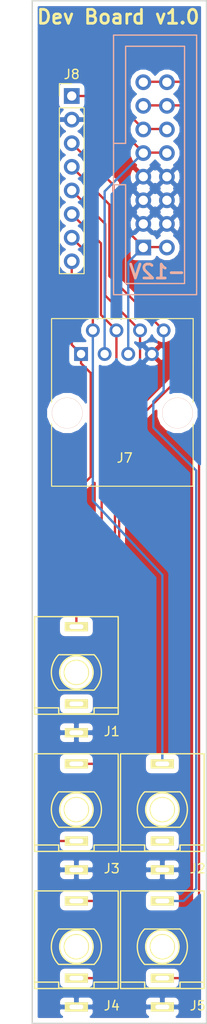
<source format=kicad_pcb>
(kicad_pcb (version 20171130) (host pcbnew "(5.0.1)-4")

  (general
    (thickness 1.6)
    (drawings 15)
    (tracks 71)
    (zones 0)
    (modules 8)
    (nets 14)
  )

  (page A4)
  (layers
    (0 F.Cu signal)
    (31 B.Cu signal hide)
    (32 B.Adhes user)
    (33 F.Adhes user)
    (34 B.Paste user)
    (35 F.Paste user)
    (36 B.SilkS user)
    (37 F.SilkS user)
    (38 B.Mask user)
    (39 F.Mask user)
    (40 Dwgs.User user)
    (41 Cmts.User user)
    (42 Eco1.User user hide)
    (43 Eco2.User user)
    (44 Edge.Cuts user)
    (45 Margin user)
    (46 B.CrtYd user)
    (47 F.CrtYd user)
    (48 B.Fab user)
    (49 F.Fab user)
  )

  (setup
    (last_trace_width 0.25)
    (trace_clearance 0.2)
    (zone_clearance 0.508)
    (zone_45_only no)
    (trace_min 0.2)
    (segment_width 0.2)
    (edge_width 0.15)
    (via_size 0.8)
    (via_drill 0.4)
    (via_min_size 0.4)
    (via_min_drill 0.3)
    (uvia_size 0.3)
    (uvia_drill 0.1)
    (uvias_allowed no)
    (uvia_min_size 0.2)
    (uvia_min_drill 0.1)
    (pcb_text_width 0.3)
    (pcb_text_size 1.5 1.5)
    (mod_edge_width 0.15)
    (mod_text_size 1 1)
    (mod_text_width 0.15)
    (pad_size 1.524 1.524)
    (pad_drill 0.762)
    (pad_to_mask_clearance 0.051)
    (solder_mask_min_width 0.25)
    (aux_axis_origin 0 0)
    (visible_elements 7FFFFFFF)
    (pcbplotparams
      (layerselection 0x010f0_ffffffff)
      (usegerberextensions false)
      (usegerberattributes false)
      (usegerberadvancedattributes false)
      (creategerberjobfile false)
      (excludeedgelayer true)
      (linewidth 0.100000)
      (plotframeref false)
      (viasonmask false)
      (mode 1)
      (useauxorigin false)
      (hpglpennumber 1)
      (hpglpenspeed 20)
      (hpglpendiameter 15.000000)
      (psnegative false)
      (psa4output false)
      (plotreference true)
      (plotvalue true)
      (plotinvisibletext false)
      (padsonsilk false)
      (subtractmaskfromsilk false)
      (outputformat 1)
      (mirror false)
      (drillshape 0)
      (scaleselection 1)
      (outputdirectory "DevBoard_PCB_Gerbers"))
  )

  (net 0 "")
  (net 1 Jack1)
  (net 2 "Net-(J1-Pad2)")
  (net 3 GND)
  (net 4 "Net-(J2-Pad2)")
  (net 5 Jack2)
  (net 6 Jack3)
  (net 7 +5V)
  (net 8 CV)
  (net 9 Jack4)
  (net 10 Jack5)
  (net 11 Gate)
  (net 12 -12V)
  (net 13 +12V)

  (net_class Default "This is the default net class."
    (clearance 0.2)
    (trace_width 0.25)
    (via_dia 0.8)
    (via_drill 0.4)
    (uvia_dia 0.3)
    (uvia_drill 0.1)
    (add_net +12V)
    (add_net +5V)
    (add_net -12V)
    (add_net CV)
    (add_net GND)
    (add_net Gate)
    (add_net Jack1)
    (add_net Jack2)
    (add_net Jack3)
    (add_net Jack4)
    (add_net Jack5)
    (add_net "Net-(J1-Pad2)")
    (add_net "Net-(J2-Pad2)")
  )

  (module Connectors:RJ45_8 (layer F.Cu) (tedit 5BF96534) (tstamp 5BF85FC9)
    (at 56 97.25)
    (tags RJ45)
    (path /5BF290A3)
    (fp_text reference J7 (at 4.7 11.18) (layer F.SilkS)
      (effects (font (size 1 1) (thickness 0.15)))
    )
    (fp_text value RJ45 (at 4.59 6.25) (layer F.Fab)
      (effects (font (size 1 1) (thickness 0.15)))
    )
    (fp_line (start 12.46 14.47) (end -3.56 14.47) (layer F.CrtYd) (width 0.05))
    (fp_line (start 12.46 14.47) (end 12.46 -4.06) (layer F.CrtYd) (width 0.05))
    (fp_line (start -3.56 -4.06) (end -3.56 14.47) (layer F.CrtYd) (width 0.05))
    (fp_line (start -3.56 -4.06) (end 12.46 -4.06) (layer F.CrtYd) (width 0.05))
    (fp_line (start -3.17 7.51) (end -3.17 14.22) (layer F.SilkS) (width 0.12))
    (fp_line (start 12.06 7.52) (end 12.07 14.22) (layer F.SilkS) (width 0.12))
    (fp_line (start -3.17 -3.81) (end -3.17 5.19) (layer F.SilkS) (width 0.12))
    (fp_line (start 12.07 -3.81) (end -3.17 -3.81) (layer F.SilkS) (width 0.12))
    (fp_line (start 12.07 -3.81) (end 12.06 5.18) (layer F.SilkS) (width 0.12))
    (fp_line (start -3.17 14.22) (end 12.07 14.22) (layer F.SilkS) (width 0.12))
    (pad 8 thru_hole circle (at 8.89 -2.54) (size 1.5 1.5) (drill 0.9) (layers *.Cu *.Mask)
      (net 10 Jack5))
    (pad 7 thru_hole circle (at 7.62 0) (size 1.5 1.5) (drill 0.9) (layers *.Cu *.Mask)
      (net 3 GND))
    (pad 6 thru_hole circle (at 6.35 -2.54) (size 1.5 1.5) (drill 0.9) (layers *.Cu *.Mask)
      (net 9 Jack4))
    (pad 5 thru_hole circle (at 5.08 0) (size 1.5 1.5) (drill 0.9) (layers *.Cu *.Mask)
      (net 12 -12V))
    (pad 4 thru_hole circle (at 3.81 -2.54) (size 1.5 1.5) (drill 0.9) (layers *.Cu *.Mask)
      (net 6 Jack3))
    (pad 3 thru_hole circle (at 2.54 0) (size 1.5 1.5) (drill 0.9) (layers *.Cu *.Mask)
      (net 13 +12V))
    (pad 2 thru_hole circle (at 1.27 -2.54) (size 1.5 1.5) (drill 0.9) (layers *.Cu *.Mask)
      (net 5 Jack2))
    (pad 1 thru_hole rect (at 0 0) (size 1.5 1.5) (drill 0.9) (layers *.Cu *.Mask)
      (net 1 Jack1))
    (pad "" np_thru_hole circle (at -1.49 6.35) (size 3.3 3.3) (drill 3.25) (layers *.Cu *.SilkS *.Mask))
    (pad "" np_thru_hole circle (at 10.38 6.35) (size 3.3 3.3) (drill 3.25) (layers *.Cu *.SilkS *.Mask))
    (model ${KISYS3DMOD}/Connectors.3dshapes/RJ45_8.wrl
      (offset (xyz 4.571999931335449 -6.349999904632568 0))
      (scale (xyz 0.4 0.4 0.4))
      (rotate (xyz 0 0 0))
    )
  )

  (module PlayDice:THONKICONN_hole (layer F.Cu) (tedit 5B4BB8C7) (tstamp 5BF96FF5)
    (at 55.5 131.5)
    (path /5BF2917A)
    (fp_text reference J1 (at 3.81 6.35) (layer F.SilkS)
      (effects (font (size 1 1) (thickness 0.15)))
    )
    (fp_text value AudioJack2_Ground_Switch (at 0 -7.62) (layer F.Fab) hide
      (effects (font (size 1 1) (thickness 0.15)))
    )
    (fp_line (start -4.445 3.81) (end -1.905 3.81) (layer F.SilkS) (width 0.15))
    (fp_line (start -1.905 3.81) (end -1.905 4.445) (layer F.SilkS) (width 0.15))
    (fp_line (start -1.905 4.445) (end 1.905 4.445) (layer F.SilkS) (width 0.15))
    (fp_line (start 1.905 4.445) (end 1.905 3.81) (layer F.SilkS) (width 0.15))
    (fp_line (start 1.905 3.81) (end 4.445 3.81) (layer F.SilkS) (width 0.15))
    (fp_arc (start 0 0) (end 1.905 -1.905) (angle 90) (layer F.SilkS) (width 0.15))
    (fp_arc (start 0 0) (end -1.905 1.905) (angle 90) (layer F.SilkS) (width 0.15))
    (fp_line (start 1.905 1.905) (end -1.905 1.905) (layer F.SilkS) (width 0.15))
    (fp_line (start -1.905 -1.905) (end 1.905 -1.905) (layer F.SilkS) (width 0.15))
    (fp_circle (center 0 0) (end 1.27 1.27) (layer F.SilkS) (width 0.15))
    (fp_line (start 4.5 -6) (end 4.5 4.5) (layer F.SilkS) (width 0.15))
    (fp_line (start -4.5 -6) (end -4.5 4.5) (layer F.SilkS) (width 0.15))
    (fp_line (start -4.5 4.5) (end 4.5 4.5) (layer F.SilkS) (width 0.15))
    (fp_line (start -4.5 -6) (end 4.5 -6) (layer F.SilkS) (width 0.15))
    (fp_circle (center 0 0) (end 1.3 0) (layer F.SilkS) (width 0.15))
    (pad 3 thru_hole rect (at 0 -4.92) (size 2.5 1) (drill oval 1.5 0.5) (layers *.Cu *.Mask F.SilkS)
      (net 1 Jack1))
    (pad 2 thru_hole rect (at 0 3.38) (size 2.5 1) (drill oval 1.5 0.5) (layers *.Cu *.Mask F.SilkS)
      (net 2 "Net-(J1-Pad2)"))
    (pad 1 thru_hole rect (at 0 6.48) (size 2.5 1) (drill oval 1.5 0.5) (layers *.Cu *.Mask F.SilkS)
      (net 3 GND))
    (pad "" np_thru_hole circle (at 0 0) (size 2.5 2.5) (drill 2.5) (layers *.Cu *.Mask))
  )

  (module PlayDice:THONKICONN_hole (layer F.Cu) (tedit 5B4BB8C7) (tstamp 5BF85F49)
    (at 64.75 146.25)
    (path /5BF291F6)
    (fp_text reference J2 (at 3.81 6.35) (layer F.SilkS)
      (effects (font (size 1 1) (thickness 0.15)))
    )
    (fp_text value AudioJack2_Ground_Switch (at 0 -7.62) (layer F.Fab) hide
      (effects (font (size 1 1) (thickness 0.15)))
    )
    (fp_circle (center 0 0) (end 1.3 0) (layer F.SilkS) (width 0.15))
    (fp_line (start -4.5 -6) (end 4.5 -6) (layer F.SilkS) (width 0.15))
    (fp_line (start -4.5 4.5) (end 4.5 4.5) (layer F.SilkS) (width 0.15))
    (fp_line (start -4.5 -6) (end -4.5 4.5) (layer F.SilkS) (width 0.15))
    (fp_line (start 4.5 -6) (end 4.5 4.5) (layer F.SilkS) (width 0.15))
    (fp_circle (center 0 0) (end 1.27 1.27) (layer F.SilkS) (width 0.15))
    (fp_line (start -1.905 -1.905) (end 1.905 -1.905) (layer F.SilkS) (width 0.15))
    (fp_line (start 1.905 1.905) (end -1.905 1.905) (layer F.SilkS) (width 0.15))
    (fp_arc (start 0 0) (end -1.905 1.905) (angle 90) (layer F.SilkS) (width 0.15))
    (fp_arc (start 0 0) (end 1.905 -1.905) (angle 90) (layer F.SilkS) (width 0.15))
    (fp_line (start 1.905 3.81) (end 4.445 3.81) (layer F.SilkS) (width 0.15))
    (fp_line (start 1.905 4.445) (end 1.905 3.81) (layer F.SilkS) (width 0.15))
    (fp_line (start -1.905 4.445) (end 1.905 4.445) (layer F.SilkS) (width 0.15))
    (fp_line (start -1.905 3.81) (end -1.905 4.445) (layer F.SilkS) (width 0.15))
    (fp_line (start -4.445 3.81) (end -1.905 3.81) (layer F.SilkS) (width 0.15))
    (pad "" np_thru_hole circle (at 0 0) (size 2.5 2.5) (drill 2.5) (layers *.Cu *.Mask))
    (pad 1 thru_hole rect (at 0 6.48) (size 2.5 1) (drill oval 1.5 0.5) (layers *.Cu *.Mask F.SilkS)
      (net 3 GND))
    (pad 2 thru_hole rect (at 0 3.38) (size 2.5 1) (drill oval 1.5 0.5) (layers *.Cu *.Mask F.SilkS)
      (net 4 "Net-(J2-Pad2)"))
    (pad 3 thru_hole rect (at 0 -4.92) (size 2.5 1) (drill oval 1.5 0.5) (layers *.Cu *.Mask F.SilkS)
      (net 5 Jack2))
  )

  (module PlayDice:THONKICONN_hole (layer F.Cu) (tedit 5B4BB8C7) (tstamp 5BF85F60)
    (at 55.5 146.25)
    (path /5BF2921C)
    (fp_text reference J3 (at 3.81 6.35) (layer F.SilkS)
      (effects (font (size 1 1) (thickness 0.15)))
    )
    (fp_text value AudioJack2_Ground_Switch (at 0 -7.62) (layer F.Fab) hide
      (effects (font (size 1 1) (thickness 0.15)))
    )
    (fp_line (start -4.445 3.81) (end -1.905 3.81) (layer F.SilkS) (width 0.15))
    (fp_line (start -1.905 3.81) (end -1.905 4.445) (layer F.SilkS) (width 0.15))
    (fp_line (start -1.905 4.445) (end 1.905 4.445) (layer F.SilkS) (width 0.15))
    (fp_line (start 1.905 4.445) (end 1.905 3.81) (layer F.SilkS) (width 0.15))
    (fp_line (start 1.905 3.81) (end 4.445 3.81) (layer F.SilkS) (width 0.15))
    (fp_arc (start 0 0) (end 1.905 -1.905) (angle 90) (layer F.SilkS) (width 0.15))
    (fp_arc (start 0 0) (end -1.905 1.905) (angle 90) (layer F.SilkS) (width 0.15))
    (fp_line (start 1.905 1.905) (end -1.905 1.905) (layer F.SilkS) (width 0.15))
    (fp_line (start -1.905 -1.905) (end 1.905 -1.905) (layer F.SilkS) (width 0.15))
    (fp_circle (center 0 0) (end 1.27 1.27) (layer F.SilkS) (width 0.15))
    (fp_line (start 4.5 -6) (end 4.5 4.5) (layer F.SilkS) (width 0.15))
    (fp_line (start -4.5 -6) (end -4.5 4.5) (layer F.SilkS) (width 0.15))
    (fp_line (start -4.5 4.5) (end 4.5 4.5) (layer F.SilkS) (width 0.15))
    (fp_line (start -4.5 -6) (end 4.5 -6) (layer F.SilkS) (width 0.15))
    (fp_circle (center 0 0) (end 1.3 0) (layer F.SilkS) (width 0.15))
    (pad 3 thru_hole rect (at 0 -4.92) (size 2.5 1) (drill oval 1.5 0.5) (layers *.Cu *.Mask F.SilkS)
      (net 6 Jack3))
    (pad 2 thru_hole rect (at 0 3.38) (size 2.5 1) (drill oval 1.5 0.5) (layers *.Cu *.Mask F.SilkS)
      (net 7 +5V))
    (pad 1 thru_hole rect (at 0 6.48) (size 2.5 1) (drill oval 1.5 0.5) (layers *.Cu *.Mask F.SilkS)
      (net 3 GND))
    (pad "" np_thru_hole circle (at 0 0) (size 2.5 2.5) (drill 2.5) (layers *.Cu *.Mask))
  )

  (module PlayDice:THONKICONN_hole (layer F.Cu) (tedit 5B4BB8C7) (tstamp 5BF85F77)
    (at 55.5 161)
    (path /5BF29240)
    (fp_text reference J4 (at 3.81 6.35) (layer F.SilkS)
      (effects (font (size 1 1) (thickness 0.15)))
    )
    (fp_text value AudioJack2_Ground_Switch (at 0 -7.62) (layer F.Fab) hide
      (effects (font (size 1 1) (thickness 0.15)))
    )
    (fp_circle (center 0 0) (end 1.3 0) (layer F.SilkS) (width 0.15))
    (fp_line (start -4.5 -6) (end 4.5 -6) (layer F.SilkS) (width 0.15))
    (fp_line (start -4.5 4.5) (end 4.5 4.5) (layer F.SilkS) (width 0.15))
    (fp_line (start -4.5 -6) (end -4.5 4.5) (layer F.SilkS) (width 0.15))
    (fp_line (start 4.5 -6) (end 4.5 4.5) (layer F.SilkS) (width 0.15))
    (fp_circle (center 0 0) (end 1.27 1.27) (layer F.SilkS) (width 0.15))
    (fp_line (start -1.905 -1.905) (end 1.905 -1.905) (layer F.SilkS) (width 0.15))
    (fp_line (start 1.905 1.905) (end -1.905 1.905) (layer F.SilkS) (width 0.15))
    (fp_arc (start 0 0) (end -1.905 1.905) (angle 90) (layer F.SilkS) (width 0.15))
    (fp_arc (start 0 0) (end 1.905 -1.905) (angle 90) (layer F.SilkS) (width 0.15))
    (fp_line (start 1.905 3.81) (end 4.445 3.81) (layer F.SilkS) (width 0.15))
    (fp_line (start 1.905 4.445) (end 1.905 3.81) (layer F.SilkS) (width 0.15))
    (fp_line (start -1.905 4.445) (end 1.905 4.445) (layer F.SilkS) (width 0.15))
    (fp_line (start -1.905 3.81) (end -1.905 4.445) (layer F.SilkS) (width 0.15))
    (fp_line (start -4.445 3.81) (end -1.905 3.81) (layer F.SilkS) (width 0.15))
    (pad "" np_thru_hole circle (at 0 0) (size 2.5 2.5) (drill 2.5) (layers *.Cu *.Mask))
    (pad 1 thru_hole rect (at 0 6.48) (size 2.5 1) (drill oval 1.5 0.5) (layers *.Cu *.Mask F.SilkS)
      (net 3 GND))
    (pad 2 thru_hole rect (at 0 3.38) (size 2.5 1) (drill oval 1.5 0.5) (layers *.Cu *.Mask F.SilkS)
      (net 8 CV))
    (pad 3 thru_hole rect (at 0 -4.92) (size 2.5 1) (drill oval 1.5 0.5) (layers *.Cu *.Mask F.SilkS)
      (net 9 Jack4))
  )

  (module PlayDice:THONKICONN_hole (layer F.Cu) (tedit 5B4BB8C7) (tstamp 5BF85F8E)
    (at 64.75 161)
    (path /5BF8499B)
    (fp_text reference J5 (at 3.81 6.35) (layer F.SilkS)
      (effects (font (size 1 1) (thickness 0.15)))
    )
    (fp_text value AudioJack2_Ground_Switch (at 0 -7.62) (layer F.Fab) hide
      (effects (font (size 1 1) (thickness 0.15)))
    )
    (fp_line (start -4.445 3.81) (end -1.905 3.81) (layer F.SilkS) (width 0.15))
    (fp_line (start -1.905 3.81) (end -1.905 4.445) (layer F.SilkS) (width 0.15))
    (fp_line (start -1.905 4.445) (end 1.905 4.445) (layer F.SilkS) (width 0.15))
    (fp_line (start 1.905 4.445) (end 1.905 3.81) (layer F.SilkS) (width 0.15))
    (fp_line (start 1.905 3.81) (end 4.445 3.81) (layer F.SilkS) (width 0.15))
    (fp_arc (start 0 0) (end 1.905 -1.905) (angle 90) (layer F.SilkS) (width 0.15))
    (fp_arc (start 0 0) (end -1.905 1.905) (angle 90) (layer F.SilkS) (width 0.15))
    (fp_line (start 1.905 1.905) (end -1.905 1.905) (layer F.SilkS) (width 0.15))
    (fp_line (start -1.905 -1.905) (end 1.905 -1.905) (layer F.SilkS) (width 0.15))
    (fp_circle (center 0 0) (end 1.27 1.27) (layer F.SilkS) (width 0.15))
    (fp_line (start 4.5 -6) (end 4.5 4.5) (layer F.SilkS) (width 0.15))
    (fp_line (start -4.5 -6) (end -4.5 4.5) (layer F.SilkS) (width 0.15))
    (fp_line (start -4.5 4.5) (end 4.5 4.5) (layer F.SilkS) (width 0.15))
    (fp_line (start -4.5 -6) (end 4.5 -6) (layer F.SilkS) (width 0.15))
    (fp_circle (center 0 0) (end 1.3 0) (layer F.SilkS) (width 0.15))
    (pad 3 thru_hole rect (at 0 -4.92) (size 2.5 1) (drill oval 1.5 0.5) (layers *.Cu *.Mask F.SilkS)
      (net 10 Jack5))
    (pad 2 thru_hole rect (at 0 3.38) (size 2.5 1) (drill oval 1.5 0.5) (layers *.Cu *.Mask F.SilkS)
      (net 11 Gate))
    (pad 1 thru_hole rect (at 0 6.48) (size 2.5 1) (drill oval 1.5 0.5) (layers *.Cu *.Mask F.SilkS)
      (net 3 GND))
    (pad "" np_thru_hole circle (at 0 0) (size 2.5 2.5) (drill 2.5) (layers *.Cu *.Mask))
  )

  (module PlayDice:Eurorack_16_pin_header (layer B.Cu) (tedit 5BF8406A) (tstamp 5C0554BE)
    (at 62.7 85.8 90)
    (descr http://www.farnell.com/datasheets/1520732.pdf)
    (tags "connector multicomp MC9A MC9A12")
    (path /5BF88A41)
    (fp_text reference J6 (at -3 7 90) (layer B.SilkS) hide
      (effects (font (size 1 1) (thickness 0.15)) (justify mirror))
    )
    (fp_text value Eurorack_16_pin_power (at 9.05 -5.05 90) (layer B.Fab) hide
      (effects (font (size 1 1) (thickness 0.15)) (justify mirror))
    )
    (fp_line (start -5.07 -3.2) (end -5.07 5.74) (layer B.SilkS) (width 0.15))
    (fp_line (start -5.07 5.74) (end 22.85 5.74) (layer B.SilkS) (width 0.15))
    (fp_line (start 22.85 5.74) (end 22.85 -3.2) (layer B.SilkS) (width 0.15))
    (fp_line (start 22.85 -3.2) (end -5.07 -3.2) (layer B.SilkS) (width 0.15))
    (fp_line (start 6.755 -3.2) (end 6.755 -1.9) (layer B.SilkS) (width 0.15))
    (fp_line (start 6.7 -1.9) (end -3.87 -1.9) (layer B.SilkS) (width 0.15))
    (fp_line (start -3.87 -1.9) (end -3.87 4.44) (layer B.SilkS) (width 0.15))
    (fp_line (start -3.87 4.44) (end 21.65 4.44) (layer B.SilkS) (width 0.15))
    (fp_line (start 21.65 4.44) (end 21.65 -1.9) (layer B.SilkS) (width 0.15))
    (fp_line (start 21.65 -1.9) (end 11.2 -1.9) (layer B.SilkS) (width 0.15))
    (fp_line (start 11.205 -1.9) (end 11.205 -3.2) (layer B.SilkS) (width 0.15))
    (fp_line (start -5.55 -3.7) (end -5.55 6.25) (layer B.CrtYd) (width 0.05))
    (fp_line (start -5.55 6.25) (end 23.3 6.25) (layer B.CrtYd) (width 0.05))
    (fp_line (start 23.3 6.25) (end 23.3 -3.7) (layer B.CrtYd) (width 0.05))
    (fp_line (start 23.3 -3.7) (end -5.55 -3.7) (layer B.CrtYd) (width 0.05))
    (pad 1 thru_hole rect (at 0 0 90) (size 1.7 1.7) (drill 1) (layers *.Cu *.Mask)
      (net 12 -12V))
    (pad 2 thru_hole circle (at 0 2.54 90) (size 1.7 1.7) (drill 1) (layers *.Cu *.Mask)
      (net 12 -12V))
    (pad 3 thru_hole circle (at 2.54 0 90) (size 1.7 1.7) (drill 1) (layers *.Cu *.Mask)
      (net 3 GND))
    (pad 4 thru_hole circle (at 2.54 2.54 90) (size 1.7 1.7) (drill 1) (layers *.Cu *.Mask)
      (net 3 GND))
    (pad 5 thru_hole circle (at 5.08 0 90) (size 1.7 1.7) (drill 1) (layers *.Cu *.Mask)
      (net 3 GND))
    (pad 6 thru_hole circle (at 5.08 2.54 90) (size 1.7 1.7) (drill 1) (layers *.Cu *.Mask)
      (net 3 GND))
    (pad 7 thru_hole circle (at 7.62 0 90) (size 1.7 1.7) (drill 1) (layers *.Cu *.Mask)
      (net 3 GND))
    (pad 8 thru_hole circle (at 7.62 2.54 90) (size 1.7 1.7) (drill 1) (layers *.Cu *.Mask)
      (net 3 GND))
    (pad 9 thru_hole circle (at 10.16 0 90) (size 1.7 1.7) (drill 1) (layers *.Cu *.Mask)
      (net 13 +12V))
    (pad 10 thru_hole circle (at 10.16 2.54 90) (size 1.7 1.7) (drill 1) (layers *.Cu *.Mask)
      (net 13 +12V))
    (pad 11 thru_hole circle (at 12.7 0 90) (size 1.7 1.7) (drill 1) (layers *.Cu *.Mask)
      (net 7 +5V))
    (pad 12 thru_hole circle (at 12.7 2.54 90) (size 1.7 1.7) (drill 1) (layers *.Cu *.Mask)
      (net 7 +5V))
    (pad 14 thru_hole circle (at 15.24 2.54 90) (size 1.7 1.7) (drill 1) (layers *.Cu *.Mask)
      (net 8 CV))
    (pad 13 thru_hole circle (at 15.24 0 90) (size 1.7 1.7) (drill 1) (layers *.Cu *.Mask)
      (net 8 CV))
    (pad 15 thru_hole circle (at 17.78 0 90) (size 1.7 1.7) (drill 1) (layers *.Cu *.Mask)
      (net 11 Gate))
    (pad 16 thru_hole circle (at 17.78 2.54 90) (size 1.7 1.7) (drill 1) (layers *.Cu *.Mask)
      (net 11 Gate))
  )

  (module Pin_Headers:Pin_Header_Straight_1x08_Pitch2.54mm (layer F.Cu) (tedit 59650532) (tstamp 5BF85FE5)
    (at 55 69.5)
    (descr "Through hole straight pin header, 1x08, 2.54mm pitch, single row")
    (tags "Through hole pin header THT 1x08 2.54mm single row")
    (path /5BF8D395)
    (fp_text reference J8 (at 0 -2.33) (layer F.SilkS)
      (effects (font (size 1 1) (thickness 0.15)))
    )
    (fp_text value Conn_01x08_Female (at 0 20.11) (layer F.Fab)
      (effects (font (size 1 1) (thickness 0.15)))
    )
    (fp_text user %R (at -5.204001 36.546999 90) (layer F.Fab)
      (effects (font (size 1 1) (thickness 0.15)))
    )
    (fp_line (start 1.8 -1.8) (end -1.8 -1.8) (layer F.CrtYd) (width 0.05))
    (fp_line (start 1.8 19.55) (end 1.8 -1.8) (layer F.CrtYd) (width 0.05))
    (fp_line (start -1.8 19.55) (end 1.8 19.55) (layer F.CrtYd) (width 0.05))
    (fp_line (start -1.8 -1.8) (end -1.8 19.55) (layer F.CrtYd) (width 0.05))
    (fp_line (start -1.33 -1.33) (end 0 -1.33) (layer F.SilkS) (width 0.12))
    (fp_line (start -1.33 0) (end -1.33 -1.33) (layer F.SilkS) (width 0.12))
    (fp_line (start -1.33 1.27) (end 1.33 1.27) (layer F.SilkS) (width 0.12))
    (fp_line (start 1.33 1.27) (end 1.33 19.11) (layer F.SilkS) (width 0.12))
    (fp_line (start -1.33 1.27) (end -1.33 19.11) (layer F.SilkS) (width 0.12))
    (fp_line (start -1.33 19.11) (end 1.33 19.11) (layer F.SilkS) (width 0.12))
    (fp_line (start -1.27 -0.635) (end -0.635 -1.27) (layer F.Fab) (width 0.1))
    (fp_line (start -1.27 19.05) (end -1.27 -0.635) (layer F.Fab) (width 0.1))
    (fp_line (start 1.27 19.05) (end -1.27 19.05) (layer F.Fab) (width 0.1))
    (fp_line (start 1.27 -1.27) (end 1.27 19.05) (layer F.Fab) (width 0.1))
    (fp_line (start -0.635 -1.27) (end 1.27 -1.27) (layer F.Fab) (width 0.1))
    (pad 8 thru_hole oval (at 0 17.78) (size 1.7 1.7) (drill 1) (layers *.Cu *.Mask)
      (net 1 Jack1))
    (pad 7 thru_hole oval (at 0 15.24) (size 1.7 1.7) (drill 1) (layers *.Cu *.Mask)
      (net 5 Jack2))
    (pad 6 thru_hole oval (at 0 12.7) (size 1.7 1.7) (drill 1) (layers *.Cu *.Mask)
      (net 6 Jack3))
    (pad 5 thru_hole oval (at 0 10.16) (size 1.7 1.7) (drill 1) (layers *.Cu *.Mask)
      (net 9 Jack4))
    (pad 4 thru_hole oval (at 0 7.62) (size 1.7 1.7) (drill 1) (layers *.Cu *.Mask)
      (net 10 Jack5))
    (pad 3 thru_hole oval (at 0 5.08) (size 1.7 1.7) (drill 1) (layers *.Cu *.Mask)
      (net 12 -12V))
    (pad 2 thru_hole oval (at 0 2.54) (size 1.7 1.7) (drill 1) (layers *.Cu *.Mask)
      (net 3 GND))
    (pad 1 thru_hole rect (at 0 0) (size 1.7 1.7) (drill 1) (layers *.Cu *.Mask)
      (net 13 +12V))
    (model ${KISYS3DMOD}/Pin_Headers.3dshapes/Pin_Header_Straight_1x08_Pitch2.54mm.wrl
      (at (xyz 0 0 0))
      (scale (xyz 1 1 1))
      (rotate (xyz 0 0 0))
    )
  )

  (gr_poly (pts (xy 59 62.4) (xy 69 62.4) (xy 69 91.4) (xy 59 91.4)) (layer Eco1.User) (width 0.15))
  (gr_text -12V (at 64.2 88.4) (layer B.SilkS)
    (effects (font (size 1.5 1.5) (thickness 0.3)) (justify mirror))
  )
  (gr_text "Dev Board v1.0" (at 60 61) (layer F.SilkS)
    (effects (font (size 1.5 1.5) (thickness 0.3)))
  )
  (gr_line (start 50.75 169.25) (end 50.75 59.25) (layer Edge.Cuts) (width 0.15))
  (gr_line (start 69.5 169.25) (end 50.75 169.25) (layer Edge.Cuts) (width 0.15))
  (gr_line (start 69.5 59.25) (end 69.5 169.25) (layer Edge.Cuts) (width 0.15))
  (gr_line (start 50.75 59.25) (end 69.5 59.25) (layer Edge.Cuts) (width 0.15))
  (gr_line (start 69.5 59.25) (end 69.5 169.25) (layer Eco1.User) (width 0.2) (tstamp 5BF8619D))
  (gr_line (start 50.7015 59.25) (end 50.7015 169.25) (layer Eco1.User) (width 0.2) (tstamp 5BF8619C))
  (gr_line (start 50.7015 59.25) (end 69.5 59.25) (layer Eco1.User) (width 0.2) (tstamp 5BF8619B))
  (gr_line (start 50.7015 169.25) (end 69.5 169.25) (layer Eco1.User) (width 0.2) (tstamp 5BF8619A))
  (gr_line (start 50 50) (end 50 178.5) (layer Eco1.User) (width 0.2))
  (gr_line (start 50 178.5) (end 70.32 178.5) (layer Eco1.User) (width 0.2))
  (gr_line (start 70.32 50) (end 70.32 178.5) (layer Eco1.User) (width 0.2))
  (gr_line (start 50 50) (end 70.32 50) (layer Eco1.User) (width 0.2))

  (segment (start 55 96.25) (end 56 97.25) (width 0.25) (layer F.Cu) (net 1) (status 20))
  (segment (start 55 87.28) (end 55 96.25) (width 0.25) (layer F.Cu) (net 1) (status 10))
  (segment (start 55.5 112) (end 55.5 126.58) (width 0.25) (layer F.Cu) (net 1) (status 20))
  (segment (start 57.04 110.46) (end 55.5 112) (width 0.25) (layer F.Cu) (net 1))
  (segment (start 57.04 99.29) (end 57.04 110.46) (width 0.25) (layer F.Cu) (net 1))
  (segment (start 56 97.25) (end 56 98.25) (width 0.25) (layer F.Cu) (net 1) (status 10))
  (segment (start 56 98.25) (end 57.04 99.29) (width 0.25) (layer F.Cu) (net 1))
  (segment (start 57.27 87.01) (end 57.27 94.71) (width 0.25) (layer F.Cu) (net 5) (status 20))
  (segment (start 55 84.74) (end 57.27 87.01) (width 0.25) (layer F.Cu) (net 5) (status 10))
  (segment (start 64.75 121.03) (end 64.75 141.33) (width 0.25) (layer B.Cu) (net 5) (status 20))
  (segment (start 57.27 94.71) (end 57.27 113.03) (width 0.25) (layer B.Cu) (net 5) (status 10))
  (segment (start 57.27 113.03) (end 64.76 121.03) (width 0.25) (layer B.Cu) (net 5))
  (segment (start 58.14997 93.04997) (end 59.81 94.71) (width 0.25) (layer F.Cu) (net 6) (status 20))
  (segment (start 58.14997 85.34997) (end 58.14997 93.04997) (width 0.25) (layer F.Cu) (net 6))
  (segment (start 55 82.2) (end 58.14997 85.34997) (width 0.25) (layer F.Cu) (net 6) (status 10))
  (segment (start 59.81 94.71) (end 59.81 99.84) (width 0.25) (layer F.Cu) (net 6) (status 10))
  (segment (start 59.81 99.84) (end 58.22 101.43) (width 0.25) (layer F.Cu) (net 6))
  (segment (start 58.22 101.43) (end 58.22 141.11) (width 0.25) (layer F.Cu) (net 6))
  (segment (start 58 141.33) (end 55.5 141.33) (width 0.25) (layer F.Cu) (net 6) (status 20))
  (segment (start 58.22 141.11) (end 58 141.33) (width 0.25) (layer F.Cu) (net 6))
  (segment (start 62.71 73.05) (end 65.25 73.05) (width 0.25) (layer F.Cu) (net 7) (status 30))
  (segment (start 52.8 149.63) (end 55.5 149.63) (width 0.25) (layer F.Cu) (net 7) (status 20))
  (segment (start 51.51 148.34) (end 52.8 149.63) (width 0.25) (layer F.Cu) (net 7))
  (segment (start 51.51 66.89) (end 51.51 148.34) (width 0.25) (layer F.Cu) (net 7))
  (segment (start 51.75 66.65) (end 51.51 66.89) (width 0.25) (layer F.Cu) (net 7))
  (segment (start 62.71 73.05) (end 56.31 66.65) (width 0.25) (layer F.Cu) (net 7) (status 10))
  (segment (start 56.31 66.65) (end 51.75 66.65) (width 0.25) (layer F.Cu) (net 7))
  (segment (start 62.71 70.51) (end 65.25 70.51) (width 0.25) (layer F.Cu) (net 8) (status 30))
  (segment (start 65.25 70.51) (end 67.46 70.51) (width 0.25) (layer F.Cu) (net 8) (status 10))
  (segment (start 67.46 70.51) (end 68.03 71.08) (width 0.25) (layer F.Cu) (net 8))
  (segment (start 68.03 71.08) (end 68.03 98.35) (width 0.25) (layer F.Cu) (net 8))
  (segment (start 68.03 98.35) (end 60.1 106.28) (width 0.25) (layer F.Cu) (net 8))
  (segment (start 60.1 106.28) (end 60.1 163.23) (width 0.25) (layer F.Cu) (net 8))
  (segment (start 58.95 164.38) (end 55.5 164.38) (width 0.25) (layer F.Cu) (net 8) (status 20))
  (segment (start 60.1 163.23) (end 58.95 164.38) (width 0.25) (layer F.Cu) (net 8))
  (segment (start 58.59998 90.95998) (end 62.35 94.71) (width 0.25) (layer F.Cu) (net 9) (status 20))
  (segment (start 58.59998 83.25998) (end 58.59998 90.95998) (width 0.25) (layer F.Cu) (net 9))
  (segment (start 55 79.66) (end 58.59998 83.25998) (width 0.25) (layer F.Cu) (net 9) (status 10))
  (segment (start 57.47 156.08) (end 55.5 156.08) (width 0.25) (layer F.Cu) (net 9) (status 20))
  (segment (start 59.64999 153.90001) (end 57.47 156.08) (width 0.25) (layer F.Cu) (net 9))
  (segment (start 59.64999 103.75001) (end 59.64999 153.90001) (width 0.25) (layer F.Cu) (net 9))
  (segment (start 62.35 94.71) (end 62.35 101.05) (width 0.25) (layer F.Cu) (net 9) (status 10))
  (segment (start 62.35 101.05) (end 59.64999 103.75001) (width 0.25) (layer F.Cu) (net 9))
  (segment (start 59.04999 88.86999) (end 64.89 94.71) (width 0.25) (layer F.Cu) (net 10) (status 20))
  (segment (start 59.04999 81.16999) (end 59.04999 88.86999) (width 0.25) (layer F.Cu) (net 10))
  (segment (start 55 77.12) (end 59.04999 81.16999) (width 0.25) (layer F.Cu) (net 10) (status 10))
  (segment (start 64.89 94.71) (end 64.89 101.24) (width 0.25) (layer B.Cu) (net 10) (status 10))
  (segment (start 64.89 101.24) (end 63.78 102.35) (width 0.25) (layer B.Cu) (net 10))
  (segment (start 63.78 102.35) (end 63.78 105.17) (width 0.25) (layer B.Cu) (net 10))
  (segment (start 63.78 105.17) (end 68.39 109.78) (width 0.25) (layer B.Cu) (net 10))
  (segment (start 68.39 109.78) (end 68.39 154.74) (width 0.25) (layer B.Cu) (net 10))
  (segment (start 67.05 156.08) (end 64.75 156.08) (width 0.25) (layer B.Cu) (net 10) (status 20))
  (segment (start 68.39 154.74) (end 67.05 156.08) (width 0.25) (layer B.Cu) (net 10))
  (segment (start 62.71 67.97) (end 65.25 67.97) (width 0.25) (layer F.Cu) (net 11) (status 30))
  (segment (start 67.97 164.38) (end 64.75 164.38) (width 0.25) (layer F.Cu) (net 11) (status 20))
  (segment (start 68.7 163.65) (end 67.97 164.38) (width 0.25) (layer F.Cu) (net 11))
  (segment (start 68.7 101.7) (end 68.7 163.65) (width 0.25) (layer F.Cu) (net 11))
  (segment (start 68.72 68.82) (end 68.7 101.7) (width 0.25) (layer F.Cu) (net 11))
  (segment (start 65.25 67.97) (end 67.87 67.97) (width 0.25) (layer F.Cu) (net 11) (status 10))
  (segment (start 67.87 67.97) (end 68.72 68.82) (width 0.25) (layer F.Cu) (net 11))
  (segment (start 59.5 82.54) (end 62.71 85.75) (width 0.25) (layer F.Cu) (net 12) (status 20))
  (segment (start 59.5 79.08) (end 59.5 82.54) (width 0.25) (layer F.Cu) (net 12))
  (segment (start 55 74.58) (end 59.5 79.08) (width 0.25) (layer F.Cu) (net 12) (status 10))
  (segment (start 61.08 87.38) (end 61.08 97.25) (width 0.25) (layer B.Cu) (net 12) (status 20))
  (segment (start 62.71 85.75) (end 61.08 87.38) (width 0.25) (layer B.Cu) (net 12) (status 10))
  (segment (start 62.71 85.75) (end 65.25 85.75) (width 0.25) (layer F.Cu) (net 12) (status 30))
  (segment (start 56.62 69.5) (end 62.71 75.59) (width 0.25) (layer F.Cu) (net 13) (status 20))
  (segment (start 55 69.5) (end 56.62 69.5) (width 0.25) (layer F.Cu) (net 13) (status 10))
  (segment (start 58.54 79.76) (end 58.54 97.25) (width 0.25) (layer B.Cu) (net 13) (status 20))
  (segment (start 62.71 75.59) (end 58.54 79.76) (width 0.25) (layer B.Cu) (net 13) (status 10))
  (segment (start 62.71 75.59) (end 65.25 75.59) (width 0.25) (layer F.Cu) (net 13) (status 30))

  (zone (net 3) (net_name GND) (layer F.Cu) (tstamp 5C055683) (hatch edge 0.508)
    (connect_pads (clearance 0.508))
    (min_thickness 0.254)
    (fill yes (arc_segments 16) (thermal_gap 0.508) (thermal_bridge_width 0.508))
    (polygon
      (pts
        (xy 51 59.5) (xy 69.3 59.5) (xy 69.3 169.1) (xy 51 169.1)
      )
    )
    (filled_polygon
      (pts
        (xy 64.095 104.054515) (xy 64.44287 104.894349) (xy 65.085651 105.53713) (xy 65.925485 105.885) (xy 66.834515 105.885)
        (xy 67.674349 105.53713) (xy 67.94 105.271479) (xy 67.940001 163.335197) (xy 67.655199 163.62) (xy 66.589982 163.62)
        (xy 66.457809 163.422191) (xy 66.247765 163.281843) (xy 66 163.23256) (xy 63.5 163.23256) (xy 63.252235 163.281843)
        (xy 63.042191 163.422191) (xy 62.901843 163.632235) (xy 62.85256 163.88) (xy 62.85256 164.88) (xy 62.901843 165.127765)
        (xy 63.042191 165.337809) (xy 63.252235 165.478157) (xy 63.5 165.52744) (xy 66 165.52744) (xy 66.247765 165.478157)
        (xy 66.457809 165.337809) (xy 66.589982 165.14) (xy 67.895153 165.14) (xy 67.97 165.154888) (xy 68.044847 165.14)
        (xy 68.044852 165.14) (xy 68.266537 165.095904) (xy 68.517929 164.927929) (xy 68.560331 164.86447) (xy 68.790001 164.6348)
        (xy 68.790001 168.54) (xy 66.307375 168.54) (xy 66.359698 168.518327) (xy 66.538327 168.339699) (xy 66.635 168.10631)
        (xy 66.635 167.76575) (xy 66.47625 167.607) (xy 64.877 167.607) (xy 64.877 167.627) (xy 64.623 167.627)
        (xy 64.623 167.607) (xy 63.02375 167.607) (xy 62.865 167.76575) (xy 62.865 168.10631) (xy 62.961673 168.339699)
        (xy 63.140302 168.518327) (xy 63.192625 168.54) (xy 57.057375 168.54) (xy 57.109698 168.518327) (xy 57.288327 168.339699)
        (xy 57.385 168.10631) (xy 57.385 167.76575) (xy 57.22625 167.607) (xy 55.627 167.607) (xy 55.627 167.627)
        (xy 55.373 167.627) (xy 55.373 167.607) (xy 53.77375 167.607) (xy 53.615 167.76575) (xy 53.615 168.10631)
        (xy 53.711673 168.339699) (xy 53.890302 168.518327) (xy 53.942625 168.54) (xy 51.46 168.54) (xy 51.46 166.85369)
        (xy 53.615 166.85369) (xy 53.615 167.19425) (xy 53.77375 167.353) (xy 55.373 167.353) (xy 55.373 166.50375)
        (xy 55.627 166.50375) (xy 55.627 167.353) (xy 57.22625 167.353) (xy 57.385 167.19425) (xy 57.385 166.85369)
        (xy 62.865 166.85369) (xy 62.865 167.19425) (xy 63.02375 167.353) (xy 64.623 167.353) (xy 64.623 166.50375)
        (xy 64.877 166.50375) (xy 64.877 167.353) (xy 66.47625 167.353) (xy 66.635 167.19425) (xy 66.635 166.85369)
        (xy 66.538327 166.620301) (xy 66.359698 166.441673) (xy 66.126309 166.345) (xy 65.03575 166.345) (xy 64.877 166.50375)
        (xy 64.623 166.50375) (xy 64.46425 166.345) (xy 63.373691 166.345) (xy 63.140302 166.441673) (xy 62.961673 166.620301)
        (xy 62.865 166.85369) (xy 57.385 166.85369) (xy 57.288327 166.620301) (xy 57.109698 166.441673) (xy 56.876309 166.345)
        (xy 55.78575 166.345) (xy 55.627 166.50375) (xy 55.373 166.50375) (xy 55.21425 166.345) (xy 54.123691 166.345)
        (xy 53.890302 166.441673) (xy 53.711673 166.620301) (xy 53.615 166.85369) (xy 51.46 166.85369) (xy 51.46 160.62505)
        (xy 53.615 160.62505) (xy 53.615 161.37495) (xy 53.901974 162.067767) (xy 54.432233 162.598026) (xy 55.12505 162.885)
        (xy 55.87495 162.885) (xy 56.567767 162.598026) (xy 57.098026 162.067767) (xy 57.385 161.37495) (xy 57.385 160.62505)
        (xy 57.098026 159.932233) (xy 56.567767 159.401974) (xy 55.87495 159.115) (xy 55.12505 159.115) (xy 54.432233 159.401974)
        (xy 53.901974 159.932233) (xy 53.615 160.62505) (xy 51.46 160.62505) (xy 51.46 153.01575) (xy 53.615 153.01575)
        (xy 53.615 153.35631) (xy 53.711673 153.589699) (xy 53.890302 153.768327) (xy 54.123691 153.865) (xy 55.21425 153.865)
        (xy 55.373 153.70625) (xy 55.373 152.857) (xy 55.627 152.857) (xy 55.627 153.70625) (xy 55.78575 153.865)
        (xy 56.876309 153.865) (xy 57.109698 153.768327) (xy 57.288327 153.589699) (xy 57.385 153.35631) (xy 57.385 153.01575)
        (xy 57.22625 152.857) (xy 55.627 152.857) (xy 55.373 152.857) (xy 53.77375 152.857) (xy 53.615 153.01575)
        (xy 51.46 153.01575) (xy 51.46 152.10369) (xy 53.615 152.10369) (xy 53.615 152.44425) (xy 53.77375 152.603)
        (xy 55.373 152.603) (xy 55.373 151.75375) (xy 55.627 151.75375) (xy 55.627 152.603) (xy 57.22625 152.603)
        (xy 57.385 152.44425) (xy 57.385 152.10369) (xy 57.288327 151.870301) (xy 57.109698 151.691673) (xy 56.876309 151.595)
        (xy 55.78575 151.595) (xy 55.627 151.75375) (xy 55.373 151.75375) (xy 55.21425 151.595) (xy 54.123691 151.595)
        (xy 53.890302 151.691673) (xy 53.711673 151.870301) (xy 53.615 152.10369) (xy 51.46 152.10369) (xy 51.46 149.364802)
        (xy 52.209673 150.114476) (xy 52.252071 150.177929) (xy 52.315524 150.220327) (xy 52.315526 150.220329) (xy 52.440902 150.304102)
        (xy 52.503463 150.345904) (xy 52.725148 150.39) (xy 52.725152 150.39) (xy 52.799999 150.404888) (xy 52.874846 150.39)
        (xy 53.660018 150.39) (xy 53.792191 150.587809) (xy 54.002235 150.728157) (xy 54.25 150.77744) (xy 56.75 150.77744)
        (xy 56.997765 150.728157) (xy 57.207809 150.587809) (xy 57.348157 150.377765) (xy 57.39744 150.13) (xy 57.39744 149.13)
        (xy 57.348157 148.882235) (xy 57.207809 148.672191) (xy 56.997765 148.531843) (xy 56.75 148.48256) (xy 54.25 148.48256)
        (xy 54.002235 148.531843) (xy 53.792191 148.672191) (xy 53.660018 148.87) (xy 53.114803 148.87) (xy 52.27 148.025199)
        (xy 52.27 145.87505) (xy 53.615 145.87505) (xy 53.615 146.62495) (xy 53.901974 147.317767) (xy 54.432233 147.848026)
        (xy 55.12505 148.135) (xy 55.87495 148.135) (xy 56.567767 147.848026) (xy 57.098026 147.317767) (xy 57.385 146.62495)
        (xy 57.385 145.87505) (xy 57.098026 145.182233) (xy 56.567767 144.651974) (xy 55.87495 144.365) (xy 55.12505 144.365)
        (xy 54.432233 144.651974) (xy 53.901974 145.182233) (xy 53.615 145.87505) (xy 52.27 145.87505) (xy 52.27 138.26575)
        (xy 53.615 138.26575) (xy 53.615 138.60631) (xy 53.711673 138.839699) (xy 53.890302 139.018327) (xy 54.123691 139.115)
        (xy 55.21425 139.115) (xy 55.373 138.95625) (xy 55.373 138.107) (xy 55.627 138.107) (xy 55.627 138.95625)
        (xy 55.78575 139.115) (xy 56.876309 139.115) (xy 57.109698 139.018327) (xy 57.288327 138.839699) (xy 57.385 138.60631)
        (xy 57.385 138.26575) (xy 57.22625 138.107) (xy 55.627 138.107) (xy 55.373 138.107) (xy 53.77375 138.107)
        (xy 53.615 138.26575) (xy 52.27 138.26575) (xy 52.27 137.35369) (xy 53.615 137.35369) (xy 53.615 137.69425)
        (xy 53.77375 137.853) (xy 55.373 137.853) (xy 55.373 137.00375) (xy 55.627 137.00375) (xy 55.627 137.853)
        (xy 57.22625 137.853) (xy 57.385 137.69425) (xy 57.385 137.35369) (xy 57.288327 137.120301) (xy 57.109698 136.941673)
        (xy 56.876309 136.845) (xy 55.78575 136.845) (xy 55.627 137.00375) (xy 55.373 137.00375) (xy 55.21425 136.845)
        (xy 54.123691 136.845) (xy 53.890302 136.941673) (xy 53.711673 137.120301) (xy 53.615 137.35369) (xy 52.27 137.35369)
        (xy 52.27 134.38) (xy 53.60256 134.38) (xy 53.60256 135.38) (xy 53.651843 135.627765) (xy 53.792191 135.837809)
        (xy 54.002235 135.978157) (xy 54.25 136.02744) (xy 56.75 136.02744) (xy 56.997765 135.978157) (xy 57.207809 135.837809)
        (xy 57.348157 135.627765) (xy 57.39744 135.38) (xy 57.39744 134.38) (xy 57.348157 134.132235) (xy 57.207809 133.922191)
        (xy 56.997765 133.781843) (xy 56.75 133.73256) (xy 54.25 133.73256) (xy 54.002235 133.781843) (xy 53.792191 133.922191)
        (xy 53.651843 134.132235) (xy 53.60256 134.38) (xy 52.27 134.38) (xy 52.27 131.12505) (xy 53.615 131.12505)
        (xy 53.615 131.87495) (xy 53.901974 132.567767) (xy 54.432233 133.098026) (xy 55.12505 133.385) (xy 55.87495 133.385)
        (xy 56.567767 133.098026) (xy 57.098026 132.567767) (xy 57.385 131.87495) (xy 57.385 131.12505) (xy 57.098026 130.432233)
        (xy 56.567767 129.901974) (xy 55.87495 129.615) (xy 55.12505 129.615) (xy 54.432233 129.901974) (xy 53.901974 130.432233)
        (xy 53.615 131.12505) (xy 52.27 131.12505) (xy 52.27 104.163155) (xy 52.57287 104.894349) (xy 53.215651 105.53713)
        (xy 54.055485 105.885) (xy 54.964515 105.885) (xy 55.804349 105.53713) (xy 56.280001 105.061478) (xy 56.280001 110.145197)
        (xy 55.01553 111.409669) (xy 54.952071 111.452071) (xy 54.784096 111.703464) (xy 54.74 111.925149) (xy 54.74 111.925153)
        (xy 54.725112 112) (xy 54.74 112.074847) (xy 54.740001 125.43256) (xy 54.25 125.43256) (xy 54.002235 125.481843)
        (xy 53.792191 125.622191) (xy 53.651843 125.832235) (xy 53.60256 126.08) (xy 53.60256 127.08) (xy 53.651843 127.327765)
        (xy 53.792191 127.537809) (xy 54.002235 127.678157) (xy 54.25 127.72744) (xy 56.75 127.72744) (xy 56.997765 127.678157)
        (xy 57.207809 127.537809) (xy 57.348157 127.327765) (xy 57.39744 127.08) (xy 57.39744 126.08) (xy 57.348157 125.832235)
        (xy 57.207809 125.622191) (xy 56.997765 125.481843) (xy 56.75 125.43256) (xy 56.26 125.43256) (xy 56.26 112.314801)
        (xy 57.46 111.114802) (xy 57.460001 140.57) (xy 57.339982 140.57) (xy 57.207809 140.372191) (xy 56.997765 140.231843)
        (xy 56.75 140.18256) (xy 54.25 140.18256) (xy 54.002235 140.231843) (xy 53.792191 140.372191) (xy 53.651843 140.582235)
        (xy 53.60256 140.83) (xy 53.60256 141.83) (xy 53.651843 142.077765) (xy 53.792191 142.287809) (xy 54.002235 142.428157)
        (xy 54.25 142.47744) (xy 56.75 142.47744) (xy 56.997765 142.428157) (xy 57.207809 142.287809) (xy 57.339982 142.09)
        (xy 57.925153 142.09) (xy 58 142.104888) (xy 58.074847 142.09) (xy 58.074852 142.09) (xy 58.296537 142.045904)
        (xy 58.547929 141.877929) (xy 58.590331 141.81447) (xy 58.70447 141.700331) (xy 58.767929 141.657929) (xy 58.889991 141.475251)
        (xy 58.889991 153.585206) (xy 57.265968 155.209231) (xy 57.207809 155.122191) (xy 56.997765 154.981843) (xy 56.75 154.93256)
        (xy 54.25 154.93256) (xy 54.002235 154.981843) (xy 53.792191 155.122191) (xy 53.651843 155.332235) (xy 53.60256 155.58)
        (xy 53.60256 156.58) (xy 53.651843 156.827765) (xy 53.792191 157.037809) (xy 54.002235 157.178157) (xy 54.25 157.22744)
        (xy 56.75 157.22744) (xy 56.997765 157.178157) (xy 57.207809 157.037809) (xy 57.339982 156.84) (xy 57.395153 156.84)
        (xy 57.47 156.854888) (xy 57.544847 156.84) (xy 57.544852 156.84) (xy 57.766537 156.795904) (xy 58.017929 156.627929)
        (xy 58.060331 156.56447) (xy 59.340001 155.284801) (xy 59.340001 162.915197) (xy 58.635199 163.62) (xy 57.339982 163.62)
        (xy 57.207809 163.422191) (xy 56.997765 163.281843) (xy 56.75 163.23256) (xy 54.25 163.23256) (xy 54.002235 163.281843)
        (xy 53.792191 163.422191) (xy 53.651843 163.632235) (xy 53.60256 163.88) (xy 53.60256 164.88) (xy 53.651843 165.127765)
        (xy 53.792191 165.337809) (xy 54.002235 165.478157) (xy 54.25 165.52744) (xy 56.75 165.52744) (xy 56.997765 165.478157)
        (xy 57.207809 165.337809) (xy 57.339982 165.14) (xy 58.875153 165.14) (xy 58.95 165.154888) (xy 59.024847 165.14)
        (xy 59.024852 165.14) (xy 59.246537 165.095904) (xy 59.497929 164.927929) (xy 59.540331 164.86447) (xy 60.584473 163.820329)
        (xy 60.647929 163.777929) (xy 60.815904 163.526537) (xy 60.86 163.304852) (xy 60.86 163.304848) (xy 60.874888 163.23)
        (xy 60.86 163.155152) (xy 60.86 160.62505) (xy 62.865 160.62505) (xy 62.865 161.37495) (xy 63.151974 162.067767)
        (xy 63.682233 162.598026) (xy 64.37505 162.885) (xy 65.12495 162.885) (xy 65.817767 162.598026) (xy 66.348026 162.067767)
        (xy 66.635 161.37495) (xy 66.635 160.62505) (xy 66.348026 159.932233) (xy 65.817767 159.401974) (xy 65.12495 159.115)
        (xy 64.37505 159.115) (xy 63.682233 159.401974) (xy 63.151974 159.932233) (xy 62.865 160.62505) (xy 60.86 160.62505)
        (xy 60.86 155.58) (xy 62.85256 155.58) (xy 62.85256 156.58) (xy 62.901843 156.827765) (xy 63.042191 157.037809)
        (xy 63.252235 157.178157) (xy 63.5 157.22744) (xy 66 157.22744) (xy 66.247765 157.178157) (xy 66.457809 157.037809)
        (xy 66.598157 156.827765) (xy 66.64744 156.58) (xy 66.64744 155.58) (xy 66.598157 155.332235) (xy 66.457809 155.122191)
        (xy 66.247765 154.981843) (xy 66 154.93256) (xy 63.5 154.93256) (xy 63.252235 154.981843) (xy 63.042191 155.122191)
        (xy 62.901843 155.332235) (xy 62.85256 155.58) (xy 60.86 155.58) (xy 60.86 153.01575) (xy 62.865 153.01575)
        (xy 62.865 153.35631) (xy 62.961673 153.589699) (xy 63.140302 153.768327) (xy 63.373691 153.865) (xy 64.46425 153.865)
        (xy 64.623 153.70625) (xy 64.623 152.857) (xy 64.877 152.857) (xy 64.877 153.70625) (xy 65.03575 153.865)
        (xy 66.126309 153.865) (xy 66.359698 153.768327) (xy 66.538327 153.589699) (xy 66.635 153.35631) (xy 66.635 153.01575)
        (xy 66.47625 152.857) (xy 64.877 152.857) (xy 64.623 152.857) (xy 63.02375 152.857) (xy 62.865 153.01575)
        (xy 60.86 153.01575) (xy 60.86 152.10369) (xy 62.865 152.10369) (xy 62.865 152.44425) (xy 63.02375 152.603)
        (xy 64.623 152.603) (xy 64.623 151.75375) (xy 64.877 151.75375) (xy 64.877 152.603) (xy 66.47625 152.603)
        (xy 66.635 152.44425) (xy 66.635 152.10369) (xy 66.538327 151.870301) (xy 66.359698 151.691673) (xy 66.126309 151.595)
        (xy 65.03575 151.595) (xy 64.877 151.75375) (xy 64.623 151.75375) (xy 64.46425 151.595) (xy 63.373691 151.595)
        (xy 63.140302 151.691673) (xy 62.961673 151.870301) (xy 62.865 152.10369) (xy 60.86 152.10369) (xy 60.86 149.13)
        (xy 62.85256 149.13) (xy 62.85256 150.13) (xy 62.901843 150.377765) (xy 63.042191 150.587809) (xy 63.252235 150.728157)
        (xy 63.5 150.77744) (xy 66 150.77744) (xy 66.247765 150.728157) (xy 66.457809 150.587809) (xy 66.598157 150.377765)
        (xy 66.64744 150.13) (xy 66.64744 149.13) (xy 66.598157 148.882235) (xy 66.457809 148.672191) (xy 66.247765 148.531843)
        (xy 66 148.48256) (xy 63.5 148.48256) (xy 63.252235 148.531843) (xy 63.042191 148.672191) (xy 62.901843 148.882235)
        (xy 62.85256 149.13) (xy 60.86 149.13) (xy 60.86 145.87505) (xy 62.865 145.87505) (xy 62.865 146.62495)
        (xy 63.151974 147.317767) (xy 63.682233 147.848026) (xy 64.37505 148.135) (xy 65.12495 148.135) (xy 65.817767 147.848026)
        (xy 66.348026 147.317767) (xy 66.635 146.62495) (xy 66.635 145.87505) (xy 66.348026 145.182233) (xy 65.817767 144.651974)
        (xy 65.12495 144.365) (xy 64.37505 144.365) (xy 63.682233 144.651974) (xy 63.151974 145.182233) (xy 62.865 145.87505)
        (xy 60.86 145.87505) (xy 60.86 140.83) (xy 62.85256 140.83) (xy 62.85256 141.83) (xy 62.901843 142.077765)
        (xy 63.042191 142.287809) (xy 63.252235 142.428157) (xy 63.5 142.47744) (xy 66 142.47744) (xy 66.247765 142.428157)
        (xy 66.457809 142.287809) (xy 66.598157 142.077765) (xy 66.64744 141.83) (xy 66.64744 140.83) (xy 66.598157 140.582235)
        (xy 66.457809 140.372191) (xy 66.247765 140.231843) (xy 66 140.18256) (xy 63.5 140.18256) (xy 63.252235 140.231843)
        (xy 63.042191 140.372191) (xy 62.901843 140.582235) (xy 62.85256 140.83) (xy 60.86 140.83) (xy 60.86 106.594801)
        (xy 64.095 103.359801)
      )
    )
    (filled_polygon
      (pts
        (xy 61.266202 72.681003) (xy 61.215 72.804615) (xy 61.215 73.020198) (xy 57.210331 69.01553) (xy 57.167929 68.952071)
        (xy 56.916537 68.784096) (xy 56.694852 68.74) (xy 56.694847 68.74) (xy 56.62 68.725112) (xy 56.545153 68.74)
        (xy 56.49744 68.74) (xy 56.49744 68.65) (xy 56.448157 68.402235) (xy 56.307809 68.192191) (xy 56.097765 68.051843)
        (xy 55.85 68.00256) (xy 54.15 68.00256) (xy 53.902235 68.051843) (xy 53.692191 68.192191) (xy 53.551843 68.402235)
        (xy 53.50256 68.65) (xy 53.50256 70.35) (xy 53.551843 70.597765) (xy 53.692191 70.807809) (xy 53.902235 70.948157)
        (xy 54.005708 70.968739) (xy 53.728355 71.273076) (xy 53.558524 71.68311) (xy 53.679845 71.913) (xy 54.873 71.913)
        (xy 54.873 71.893) (xy 55.127 71.893) (xy 55.127 71.913) (xy 56.320155 71.913) (xy 56.441476 71.68311)
        (xy 56.271645 71.273076) (xy 55.994292 70.968739) (xy 56.097765 70.948157) (xy 56.307809 70.807809) (xy 56.448157 70.597765)
        (xy 56.480477 70.435278) (xy 61.266202 75.221003) (xy 61.215 75.344615) (xy 61.215 75.935385) (xy 61.441078 76.481185)
        (xy 61.858815 76.898922) (xy 61.905247 76.918155) (xy 61.835647 77.136042) (xy 62.7 78.000395) (xy 63.564353 77.136042)
        (xy 63.494753 76.918155) (xy 63.541185 76.898922) (xy 63.958922 76.481185) (xy 63.97 76.45444) (xy 63.981078 76.481185)
        (xy 64.398815 76.898922) (xy 64.445247 76.918155) (xy 64.375647 77.136042) (xy 65.24 78.000395) (xy 66.104353 77.136042)
        (xy 66.034753 76.918155) (xy 66.081185 76.898922) (xy 66.498922 76.481185) (xy 66.725 75.935385) (xy 66.725 75.344615)
        (xy 66.498922 74.798815) (xy 66.081185 74.381078) (xy 66.05444 74.37) (xy 66.081185 74.358922) (xy 66.498922 73.941185)
        (xy 66.725 73.395385) (xy 66.725 72.804615) (xy 66.498922 72.258815) (xy 66.081185 71.841078) (xy 66.05444 71.83)
        (xy 66.081185 71.818922) (xy 66.498922 71.401185) (xy 66.553261 71.27) (xy 67.145199 71.27) (xy 67.27 71.394802)
        (xy 67.270001 98.035197) (xy 60.40999 104.895209) (xy 60.40999 104.064811) (xy 62.834473 101.640329) (xy 62.897929 101.597929)
        (xy 63.027867 101.403464) (xy 63.065904 101.346538) (xy 63.07548 101.298395) (xy 63.11 101.124852) (xy 63.11 101.124848)
        (xy 63.124888 101.05) (xy 63.11 100.975152) (xy 63.11 98.538593) (xy 63.415171 98.647201) (xy 63.965448 98.61923)
        (xy 64.343923 98.46246) (xy 64.411912 98.221517) (xy 63.62 97.429605) (xy 63.605858 97.443748) (xy 63.426253 97.264143)
        (xy 63.440395 97.25) (xy 63.799605 97.25) (xy 64.591517 98.041912) (xy 64.83246 97.973923) (xy 65.017201 97.454829)
        (xy 64.98923 96.904552) (xy 64.83246 96.526077) (xy 64.591517 96.458088) (xy 63.799605 97.25) (xy 63.440395 97.25)
        (xy 63.426253 97.235858) (xy 63.605858 97.056253) (xy 63.62 97.070395) (xy 64.411912 96.278483) (xy 64.343923 96.03754)
        (xy 63.824829 95.852799) (xy 63.274552 95.88077) (xy 63.11 95.94893) (xy 63.11 95.894312) (xy 63.13454 95.884147)
        (xy 63.524147 95.49454) (xy 63.62 95.26313) (xy 63.715853 95.49454) (xy 64.10546 95.884147) (xy 64.614506 96.095)
        (xy 65.165494 96.095) (xy 65.67454 95.884147) (xy 66.064147 95.49454) (xy 66.275 94.985494) (xy 66.275 94.434506)
        (xy 66.064147 93.92546) (xy 65.67454 93.535853) (xy 65.165494 93.325) (xy 64.614506 93.325) (xy 64.589967 93.335164)
        (xy 59.80999 88.555189) (xy 59.80999 83.924791) (xy 61.20256 85.317362) (xy 61.20256 86.65) (xy 61.251843 86.897765)
        (xy 61.392191 87.107809) (xy 61.602235 87.248157) (xy 61.85 87.29744) (xy 63.55 87.29744) (xy 63.797765 87.248157)
        (xy 64.007809 87.107809) (xy 64.148157 86.897765) (xy 64.163006 86.823113) (xy 64.398815 87.058922) (xy 64.944615 87.285)
        (xy 65.535385 87.285) (xy 66.081185 87.058922) (xy 66.498922 86.641185) (xy 66.725 86.095385) (xy 66.725 85.504615)
        (xy 66.498922 84.958815) (xy 66.081185 84.541078) (xy 66.034753 84.521845) (xy 66.104353 84.303958) (xy 65.24 83.439605)
        (xy 64.375647 84.303958) (xy 64.445247 84.521845) (xy 64.398815 84.541078) (xy 64.163006 84.776887) (xy 64.148157 84.702235)
        (xy 64.007809 84.492191) (xy 63.797765 84.351843) (xy 63.563915 84.305328) (xy 63.564353 84.303958) (xy 62.7 83.439605)
        (xy 62.685858 83.453748) (xy 62.506253 83.274143) (xy 62.520395 83.26) (xy 62.879605 83.26) (xy 63.743958 84.124353)
        (xy 63.97 84.052148) (xy 64.196042 84.124353) (xy 65.060395 83.26) (xy 65.419605 83.26) (xy 66.283958 84.124353)
        (xy 66.535259 84.04408) (xy 66.736718 83.488721) (xy 66.710315 82.898542) (xy 66.535259 82.47592) (xy 66.283958 82.395647)
        (xy 65.419605 83.26) (xy 65.060395 83.26) (xy 64.196042 82.395647) (xy 63.97 82.467852) (xy 63.743958 82.395647)
        (xy 62.879605 83.26) (xy 62.520395 83.26) (xy 61.656042 82.395647) (xy 61.404741 82.47592) (xy 61.203282 83.031279)
        (xy 61.209707 83.174906) (xy 60.26 82.225199) (xy 60.26 81.763958) (xy 61.835647 81.763958) (xy 61.907852 81.99)
        (xy 61.835647 82.216042) (xy 62.7 83.080395) (xy 63.564353 82.216042) (xy 63.492148 81.99) (xy 63.564353 81.763958)
        (xy 64.375647 81.763958) (xy 64.447852 81.99) (xy 64.375647 82.216042) (xy 65.24 83.080395) (xy 66.104353 82.216042)
        (xy 66.032148 81.99) (xy 66.104353 81.763958) (xy 65.24 80.899605) (xy 64.375647 81.763958) (xy 63.564353 81.763958)
        (xy 62.7 80.899605) (xy 61.835647 81.763958) (xy 60.26 81.763958) (xy 60.26 80.491279) (xy 61.203282 80.491279)
        (xy 61.229685 81.081458) (xy 61.404741 81.50408) (xy 61.656042 81.584353) (xy 62.520395 80.72) (xy 62.879605 80.72)
        (xy 63.743958 81.584353) (xy 63.97 81.512148) (xy 64.196042 81.584353) (xy 65.060395 80.72) (xy 65.419605 80.72)
        (xy 66.283958 81.584353) (xy 66.535259 81.50408) (xy 66.736718 80.948721) (xy 66.710315 80.358542) (xy 66.535259 79.93592)
        (xy 66.283958 79.855647) (xy 65.419605 80.72) (xy 65.060395 80.72) (xy 64.196042 79.855647) (xy 63.97 79.927852)
        (xy 63.743958 79.855647) (xy 62.879605 80.72) (xy 62.520395 80.72) (xy 61.656042 79.855647) (xy 61.404741 79.93592)
        (xy 61.203282 80.491279) (xy 60.26 80.491279) (xy 60.26 79.223958) (xy 61.835647 79.223958) (xy 61.907852 79.45)
        (xy 61.835647 79.676042) (xy 62.7 80.540395) (xy 63.564353 79.676042) (xy 63.492148 79.45) (xy 63.564353 79.223958)
        (xy 64.375647 79.223958) (xy 64.447852 79.45) (xy 64.375647 79.676042) (xy 65.24 80.540395) (xy 66.104353 79.676042)
        (xy 66.032148 79.45) (xy 66.104353 79.223958) (xy 65.24 78.359605) (xy 64.375647 79.223958) (xy 63.564353 79.223958)
        (xy 62.7 78.359605) (xy 61.835647 79.223958) (xy 60.26 79.223958) (xy 60.26 79.154846) (xy 60.274888 79.079999)
        (xy 60.26 79.005152) (xy 60.26 79.005148) (xy 60.215904 78.783463) (xy 60.047929 78.532071) (xy 59.984473 78.489671)
        (xy 59.446081 77.951279) (xy 61.203282 77.951279) (xy 61.229685 78.541458) (xy 61.404741 78.96408) (xy 61.656042 79.044353)
        (xy 62.520395 78.18) (xy 62.879605 78.18) (xy 63.743958 79.044353) (xy 63.97 78.972148) (xy 64.196042 79.044353)
        (xy 65.060395 78.18) (xy 65.419605 78.18) (xy 66.283958 79.044353) (xy 66.535259 78.96408) (xy 66.736718 78.408721)
        (xy 66.710315 77.818542) (xy 66.535259 77.39592) (xy 66.283958 77.315647) (xy 65.419605 78.18) (xy 65.060395 78.18)
        (xy 64.196042 77.315647) (xy 63.97 77.387852) (xy 63.743958 77.315647) (xy 62.879605 78.18) (xy 62.520395 78.18)
        (xy 61.656042 77.315647) (xy 61.404741 77.39592) (xy 61.203282 77.951279) (xy 59.446081 77.951279) (xy 56.441209 74.946408)
        (xy 56.514092 74.58) (xy 56.398839 74.000582) (xy 56.070625 73.509375) (xy 55.751522 73.296157) (xy 55.881358 73.235183)
        (xy 56.271645 72.806924) (xy 56.441476 72.39689) (xy 56.320155 72.167) (xy 55.127 72.167) (xy 55.127 72.187)
        (xy 54.873 72.187) (xy 54.873 72.167) (xy 53.679845 72.167) (xy 53.558524 72.39689) (xy 53.728355 72.806924)
        (xy 54.118642 73.235183) (xy 54.248478 73.296157) (xy 53.929375 73.509375) (xy 53.601161 74.000582) (xy 53.485908 74.58)
        (xy 53.601161 75.159418) (xy 53.929375 75.650625) (xy 54.227761 75.85) (xy 53.929375 76.049375) (xy 53.601161 76.540582)
        (xy 53.485908 77.12) (xy 53.601161 77.699418) (xy 53.929375 78.190625) (xy 54.227761 78.39) (xy 53.929375 78.589375)
        (xy 53.601161 79.080582) (xy 53.485908 79.66) (xy 53.601161 80.239418) (xy 53.929375 80.730625) (xy 54.227761 80.93)
        (xy 53.929375 81.129375) (xy 53.601161 81.620582) (xy 53.485908 82.2) (xy 53.601161 82.779418) (xy 53.929375 83.270625)
        (xy 54.227761 83.47) (xy 53.929375 83.669375) (xy 53.601161 84.160582) (xy 53.485908 84.74) (xy 53.601161 85.319418)
        (xy 53.929375 85.810625) (xy 54.227761 86.01) (xy 53.929375 86.209375) (xy 53.601161 86.700582) (xy 53.485908 87.28)
        (xy 53.601161 87.859418) (xy 53.929375 88.350625) (xy 54.24 88.558178) (xy 54.240001 96.175148) (xy 54.225112 96.25)
        (xy 54.284097 96.546537) (xy 54.388022 96.702071) (xy 54.452072 96.797929) (xy 54.515528 96.840329) (xy 54.60256 96.927361)
        (xy 54.60256 98) (xy 54.651843 98.247765) (xy 54.792191 98.457809) (xy 55.002235 98.598157) (xy 55.25 98.64744)
        (xy 55.351518 98.64744) (xy 55.452072 98.797929) (xy 55.515528 98.840329) (xy 56.28 99.604802) (xy 56.28 102.138521)
        (xy 55.804349 101.66287) (xy 54.964515 101.315) (xy 54.055485 101.315) (xy 53.215651 101.66287) (xy 52.57287 102.305651)
        (xy 52.27 103.036845) (xy 52.27 67.41) (xy 55.995199 67.41)
      )
    )
  )
  (zone (net 3) (net_name GND) (layer B.Cu) (tstamp 5C055680) (hatch edge 0.508)
    (connect_pads (clearance 0.508))
    (min_thickness 0.254)
    (fill yes (arc_segments 16) (thermal_gap 0.508) (thermal_bridge_width 0.508))
    (polygon
      (pts
        (xy 51 59.5) (xy 69.3 59.5) (xy 69.3 169) (xy 51 169)
      )
    )
    (filled_polygon
      (pts
        (xy 68.79 109.105198) (xy 65.318296 105.633494) (xy 65.925485 105.885) (xy 66.834515 105.885) (xy 67.674349 105.53713)
        (xy 68.31713 104.894349) (xy 68.665 104.054515) (xy 68.665 103.145485) (xy 68.31713 102.305651) (xy 67.674349 101.66287)
        (xy 66.834515 101.315) (xy 65.925485 101.315) (xy 65.625232 101.439369) (xy 65.65 101.314852) (xy 65.65 101.314848)
        (xy 65.664888 101.240001) (xy 65.65 101.165154) (xy 65.65 95.894312) (xy 65.67454 95.884147) (xy 66.064147 95.49454)
        (xy 66.275 94.985494) (xy 66.275 94.434506) (xy 66.064147 93.92546) (xy 65.67454 93.535853) (xy 65.165494 93.325)
        (xy 64.614506 93.325) (xy 64.10546 93.535853) (xy 63.715853 93.92546) (xy 63.62 94.15687) (xy 63.524147 93.92546)
        (xy 63.13454 93.535853) (xy 62.625494 93.325) (xy 62.074506 93.325) (xy 61.84 93.422135) (xy 61.84 87.694801)
        (xy 62.237361 87.29744) (xy 63.55 87.29744) (xy 63.797765 87.248157) (xy 64.007809 87.107809) (xy 64.148157 86.897765)
        (xy 64.163006 86.823113) (xy 64.398815 87.058922) (xy 64.944615 87.285) (xy 65.535385 87.285) (xy 66.081185 87.058922)
        (xy 66.498922 86.641185) (xy 66.725 86.095385) (xy 66.725 85.504615) (xy 66.498922 84.958815) (xy 66.081185 84.541078)
        (xy 66.034753 84.521845) (xy 66.104353 84.303958) (xy 65.24 83.439605) (xy 64.375647 84.303958) (xy 64.445247 84.521845)
        (xy 64.398815 84.541078) (xy 64.163006 84.776887) (xy 64.148157 84.702235) (xy 64.007809 84.492191) (xy 63.797765 84.351843)
        (xy 63.563915 84.305328) (xy 63.564353 84.303958) (xy 62.7 83.439605) (xy 61.835647 84.303958) (xy 61.836085 84.305328)
        (xy 61.602235 84.351843) (xy 61.392191 84.492191) (xy 61.251843 84.702235) (xy 61.20256 84.95) (xy 61.20256 86.182639)
        (xy 60.59553 86.789669) (xy 60.532071 86.832071) (xy 60.364096 87.083464) (xy 60.32 87.305149) (xy 60.32 87.305153)
        (xy 60.305112 87.38) (xy 60.32 87.454847) (xy 60.320001 93.422135) (xy 60.085494 93.325) (xy 59.534506 93.325)
        (xy 59.3 93.422135) (xy 59.3 83.031279) (xy 61.203282 83.031279) (xy 61.229685 83.621458) (xy 61.404741 84.04408)
        (xy 61.656042 84.124353) (xy 62.520395 83.26) (xy 62.879605 83.26) (xy 63.743958 84.124353) (xy 63.97 84.052148)
        (xy 64.196042 84.124353) (xy 65.060395 83.26) (xy 65.419605 83.26) (xy 66.283958 84.124353) (xy 66.535259 84.04408)
        (xy 66.736718 83.488721) (xy 66.710315 82.898542) (xy 66.535259 82.47592) (xy 66.283958 82.395647) (xy 65.419605 83.26)
        (xy 65.060395 83.26) (xy 64.196042 82.395647) (xy 63.97 82.467852) (xy 63.743958 82.395647) (xy 62.879605 83.26)
        (xy 62.520395 83.26) (xy 61.656042 82.395647) (xy 61.404741 82.47592) (xy 61.203282 83.031279) (xy 59.3 83.031279)
        (xy 59.3 81.763958) (xy 61.835647 81.763958) (xy 61.907852 81.99) (xy 61.835647 82.216042) (xy 62.7 83.080395)
        (xy 63.564353 82.216042) (xy 63.492148 81.99) (xy 63.564353 81.763958) (xy 64.375647 81.763958) (xy 64.447852 81.99)
        (xy 64.375647 82.216042) (xy 65.24 83.080395) (xy 66.104353 82.216042) (xy 66.032148 81.99) (xy 66.104353 81.763958)
        (xy 65.24 80.899605) (xy 64.375647 81.763958) (xy 63.564353 81.763958) (xy 62.7 80.899605) (xy 61.835647 81.763958)
        (xy 59.3 81.763958) (xy 59.3 80.491279) (xy 61.203282 80.491279) (xy 61.229685 81.081458) (xy 61.404741 81.50408)
        (xy 61.656042 81.584353) (xy 62.520395 80.72) (xy 62.879605 80.72) (xy 63.743958 81.584353) (xy 63.97 81.512148)
        (xy 64.196042 81.584353) (xy 65.060395 80.72) (xy 65.419605 80.72) (xy 66.283958 81.584353) (xy 66.535259 81.50408)
        (xy 66.736718 80.948721) (xy 66.710315 80.358542) (xy 66.535259 79.93592) (xy 66.283958 79.855647) (xy 65.419605 80.72)
        (xy 65.060395 80.72) (xy 64.196042 79.855647) (xy 63.97 79.927852) (xy 63.743958 79.855647) (xy 62.879605 80.72)
        (xy 62.520395 80.72) (xy 61.656042 79.855647) (xy 61.404741 79.93592) (xy 61.203282 80.491279) (xy 59.3 80.491279)
        (xy 59.3 80.074801) (xy 60.150843 79.223958) (xy 61.835647 79.223958) (xy 61.907852 79.45) (xy 61.835647 79.676042)
        (xy 62.7 80.540395) (xy 63.564353 79.676042) (xy 63.492148 79.45) (xy 63.564353 79.223958) (xy 64.375647 79.223958)
        (xy 64.447852 79.45) (xy 64.375647 79.676042) (xy 65.24 80.540395) (xy 66.104353 79.676042) (xy 66.032148 79.45)
        (xy 66.104353 79.223958) (xy 65.24 78.359605) (xy 64.375647 79.223958) (xy 63.564353 79.223958) (xy 62.7 78.359605)
        (xy 61.835647 79.223958) (xy 60.150843 79.223958) (xy 61.212713 78.162088) (xy 61.229685 78.541458) (xy 61.404741 78.96408)
        (xy 61.656042 79.044353) (xy 62.520395 78.18) (xy 62.879605 78.18) (xy 63.743958 79.044353) (xy 63.97 78.972148)
        (xy 64.196042 79.044353) (xy 65.060395 78.18) (xy 65.419605 78.18) (xy 66.283958 79.044353) (xy 66.535259 78.96408)
        (xy 66.736718 78.408721) (xy 66.710315 77.818542) (xy 66.535259 77.39592) (xy 66.283958 77.315647) (xy 65.419605 78.18)
        (xy 65.060395 78.18) (xy 64.196042 77.315647) (xy 63.97 77.387852) (xy 63.743958 77.315647) (xy 62.879605 78.18)
        (xy 62.520395 78.18) (xy 62.506253 78.165858) (xy 62.685858 77.986253) (xy 62.7 78.000395) (xy 63.564353 77.136042)
        (xy 63.494753 76.918155) (xy 63.541185 76.898922) (xy 63.958922 76.481185) (xy 63.97 76.45444) (xy 63.981078 76.481185)
        (xy 64.398815 76.898922) (xy 64.445247 76.918155) (xy 64.375647 77.136042) (xy 65.24 78.000395) (xy 66.104353 77.136042)
        (xy 66.034753 76.918155) (xy 66.081185 76.898922) (xy 66.498922 76.481185) (xy 66.725 75.935385) (xy 66.725 75.344615)
        (xy 66.498922 74.798815) (xy 66.081185 74.381078) (xy 66.05444 74.37) (xy 66.081185 74.358922) (xy 66.498922 73.941185)
        (xy 66.725 73.395385) (xy 66.725 72.804615) (xy 66.498922 72.258815) (xy 66.081185 71.841078) (xy 66.05444 71.83)
        (xy 66.081185 71.818922) (xy 66.498922 71.401185) (xy 66.725 70.855385) (xy 66.725 70.264615) (xy 66.498922 69.718815)
        (xy 66.081185 69.301078) (xy 66.05444 69.29) (xy 66.081185 69.278922) (xy 66.498922 68.861185) (xy 66.725 68.315385)
        (xy 66.725 67.724615) (xy 66.498922 67.178815) (xy 66.081185 66.761078) (xy 65.535385 66.535) (xy 64.944615 66.535)
        (xy 64.398815 66.761078) (xy 63.981078 67.178815) (xy 63.97 67.20556) (xy 63.958922 67.178815) (xy 63.541185 66.761078)
        (xy 62.995385 66.535) (xy 62.404615 66.535) (xy 61.858815 66.761078) (xy 61.441078 67.178815) (xy 61.215 67.724615)
        (xy 61.215 68.315385) (xy 61.441078 68.861185) (xy 61.858815 69.278922) (xy 61.88556 69.29) (xy 61.858815 69.301078)
        (xy 61.441078 69.718815) (xy 61.215 70.264615) (xy 61.215 70.855385) (xy 61.441078 71.401185) (xy 61.858815 71.818922)
        (xy 61.88556 71.83) (xy 61.858815 71.841078) (xy 61.441078 72.258815) (xy 61.215 72.804615) (xy 61.215 73.395385)
        (xy 61.441078 73.941185) (xy 61.858815 74.358922) (xy 61.88556 74.37) (xy 61.858815 74.381078) (xy 61.441078 74.798815)
        (xy 61.215 75.344615) (xy 61.215 75.935385) (xy 61.236912 75.988286) (xy 58.05553 79.169669) (xy 57.992071 79.212071)
        (xy 57.824096 79.463464) (xy 57.78 79.685149) (xy 57.78 79.685153) (xy 57.765112 79.76) (xy 57.78 79.834847)
        (xy 57.780001 93.422136) (xy 57.545494 93.325) (xy 56.994506 93.325) (xy 56.48546 93.535853) (xy 56.095853 93.92546)
        (xy 55.885 94.434506) (xy 55.885 94.985494) (xy 56.095853 95.49454) (xy 56.453873 95.85256) (xy 55.25 95.85256)
        (xy 55.002235 95.901843) (xy 54.792191 96.042191) (xy 54.651843 96.252235) (xy 54.60256 96.5) (xy 54.60256 98)
        (xy 54.651843 98.247765) (xy 54.792191 98.457809) (xy 55.002235 98.598157) (xy 55.25 98.64744) (xy 56.51 98.64744)
        (xy 56.51 102.457434) (xy 56.44713 102.305651) (xy 55.804349 101.66287) (xy 54.964515 101.315) (xy 54.055485 101.315)
        (xy 53.215651 101.66287) (xy 52.57287 102.305651) (xy 52.225 103.145485) (xy 52.225 104.054515) (xy 52.57287 104.894349)
        (xy 53.215651 105.53713) (xy 54.055485 105.885) (xy 54.964515 105.885) (xy 55.804349 105.53713) (xy 56.44713 104.894349)
        (xy 56.510001 104.742566) (xy 56.510001 112.942499) (xy 56.495532 113.004502) (xy 56.510001 113.092243) (xy 56.510001 113.104852)
        (xy 56.522163 113.165994) (xy 56.544726 113.302818) (xy 56.551569 113.313827) (xy 56.554097 113.326537) (xy 56.631126 113.441819)
        (xy 56.664048 113.494784) (xy 56.672668 113.503991) (xy 56.722072 113.577929) (xy 56.775009 113.6133) (xy 63.99 121.319567)
        (xy 63.990001 140.18256) (xy 63.5 140.18256) (xy 63.252235 140.231843) (xy 63.042191 140.372191) (xy 62.901843 140.582235)
        (xy 62.85256 140.83) (xy 62.85256 141.83) (xy 62.901843 142.077765) (xy 63.042191 142.287809) (xy 63.252235 142.428157)
        (xy 63.5 142.47744) (xy 66 142.47744) (xy 66.247765 142.428157) (xy 66.457809 142.287809) (xy 66.598157 142.077765)
        (xy 66.64744 141.83) (xy 66.64744 140.83) (xy 66.598157 140.582235) (xy 66.457809 140.372191) (xy 66.247765 140.231843)
        (xy 66 140.18256) (xy 65.51 140.18256) (xy 65.51 121.160348) (xy 65.534468 121.055498) (xy 65.485274 120.757181)
        (xy 65.365952 120.565215) (xy 65.322407 120.518705) (xy 65.297929 120.482071) (xy 65.2717 120.464546) (xy 58.03 112.729753)
        (xy 58.03 98.537865) (xy 58.264506 98.635) (xy 58.815494 98.635) (xy 59.32454 98.424147) (xy 59.714147 98.03454)
        (xy 59.81 97.80313) (xy 59.905853 98.03454) (xy 60.29546 98.424147) (xy 60.804506 98.635) (xy 61.355494 98.635)
        (xy 61.86454 98.424147) (xy 62.254147 98.03454) (xy 62.343397 97.81907) (xy 62.40754 97.973923) (xy 62.648483 98.041912)
        (xy 63.440395 97.25) (xy 62.648483 96.458088) (xy 62.40754 96.526077) (xy 62.348255 96.692658) (xy 62.254147 96.46546)
        (xy 61.86454 96.075853) (xy 61.84 96.065688) (xy 61.84 95.997865) (xy 62.074506 96.095) (xy 62.625494 96.095)
        (xy 63.13454 95.884147) (xy 63.524147 95.49454) (xy 63.62 95.26313) (xy 63.715853 95.49454) (xy 64.10546 95.884147)
        (xy 64.13 95.894312) (xy 64.13 95.961407) (xy 63.824829 95.852799) (xy 63.274552 95.88077) (xy 62.896077 96.03754)
        (xy 62.828088 96.278483) (xy 63.62 97.070395) (xy 63.634143 97.056253) (xy 63.813748 97.235858) (xy 63.799605 97.25)
        (xy 63.813748 97.264143) (xy 63.634143 97.443748) (xy 63.62 97.429605) (xy 62.828088 98.221517) (xy 62.896077 98.46246)
        (xy 63.415171 98.647201) (xy 63.965448 98.61923) (xy 64.130001 98.55107) (xy 64.130001 100.925197) (xy 63.29553 101.759669)
        (xy 63.232071 101.802071) (xy 63.064096 102.053464) (xy 63.02 102.275149) (xy 63.02 102.275153) (xy 63.005112 102.35)
        (xy 63.02 102.424847) (xy 63.020001 105.095148) (xy 63.005112 105.17) (xy 63.020001 105.244852) (xy 63.064097 105.466537)
        (xy 63.232072 105.717929) (xy 63.295528 105.760329) (xy 67.63 110.094802) (xy 67.630001 154.425197) (xy 66.735199 155.32)
        (xy 66.589982 155.32) (xy 66.457809 155.122191) (xy 66.247765 154.981843) (xy 66 154.93256) (xy 63.5 154.93256)
        (xy 63.252235 154.981843) (xy 63.042191 155.122191) (xy 62.901843 155.332235) (xy 62.85256 155.58) (xy 62.85256 156.58)
        (xy 62.901843 156.827765) (xy 63.042191 157.037809) (xy 63.252235 157.178157) (xy 63.5 157.22744) (xy 66 157.22744)
        (xy 66.247765 157.178157) (xy 66.457809 157.037809) (xy 66.589982 156.84) (xy 66.975153 156.84) (xy 67.05 156.854888)
        (xy 67.124847 156.84) (xy 67.124852 156.84) (xy 67.346537 156.795904) (xy 67.597929 156.627929) (xy 67.640331 156.56447)
        (xy 68.790001 155.414801) (xy 68.790001 168.54) (xy 66.307375 168.54) (xy 66.359698 168.518327) (xy 66.538327 168.339699)
        (xy 66.635 168.10631) (xy 66.635 167.76575) (xy 66.47625 167.607) (xy 64.877 167.607) (xy 64.877 167.627)
        (xy 64.623 167.627) (xy 64.623 167.607) (xy 63.02375 167.607) (xy 62.865 167.76575) (xy 62.865 168.10631)
        (xy 62.961673 168.339699) (xy 63.140302 168.518327) (xy 63.192625 168.54) (xy 57.057375 168.54) (xy 57.109698 168.518327)
        (xy 57.288327 168.339699) (xy 57.385 168.10631) (xy 57.385 167.76575) (xy 57.22625 167.607) (xy 55.627 167.607)
        (xy 55.627 167.627) (xy 55.373 167.627) (xy 55.373 167.607) (xy 53.77375 167.607) (xy 53.615 167.76575)
        (xy 53.615 168.10631) (xy 53.711673 168.339699) (xy 53.890302 168.518327) (xy 53.942625 168.54) (xy 51.46 168.54)
        (xy 51.46 166.85369) (xy 53.615 166.85369) (xy 53.615 167.19425) (xy 53.77375 167.353) (xy 55.373 167.353)
        (xy 55.373 166.50375) (xy 55.627 166.50375) (xy 55.627 167.353) (xy 57.22625 167.353) (xy 57.385 167.19425)
        (xy 57.385 166.85369) (xy 62.865 166.85369) (xy 62.865 167.19425) (xy 63.02375 167.353) (xy 64.623 167.353)
        (xy 64.623 166.50375) (xy 64.877 166.50375) (xy 64.877 167.353) (xy 66.47625 167.353) (xy 66.635 167.19425)
        (xy 66.635 166.85369) (xy 66.538327 166.620301) (xy 66.359698 166.441673) (xy 66.126309 166.345) (xy 65.03575 166.345)
        (xy 64.877 166.50375) (xy 64.623 166.50375) (xy 64.46425 166.345) (xy 63.373691 166.345) (xy 63.140302 166.441673)
        (xy 62.961673 166.620301) (xy 62.865 166.85369) (xy 57.385 166.85369) (xy 57.288327 166.620301) (xy 57.109698 166.441673)
        (xy 56.876309 166.345) (xy 55.78575 166.345) (xy 55.627 166.50375) (xy 55.373 166.50375) (xy 55.21425 166.345)
        (xy 54.123691 166.345) (xy 53.890302 166.441673) (xy 53.711673 166.620301) (xy 53.615 166.85369) (xy 51.46 166.85369)
        (xy 51.46 163.88) (xy 53.60256 163.88) (xy 53.60256 164.88) (xy 53.651843 165.127765) (xy 53.792191 165.337809)
        (xy 54.002235 165.478157) (xy 54.25 165.52744) (xy 56.75 165.52744) (xy 56.997765 165.478157) (xy 57.207809 165.337809)
        (xy 57.348157 165.127765) (xy 57.39744 164.88) (xy 57.39744 163.88) (xy 62.85256 163.88) (xy 62.85256 164.88)
        (xy 62.901843 165.127765) (xy 63.042191 165.337809) (xy 63.252235 165.478157) (xy 63.5 165.52744) (xy 66 165.52744)
        (xy 66.247765 165.478157) (xy 66.457809 165.337809) (xy 66.598157 165.127765) (xy 66.64744 164.88) (xy 66.64744 163.88)
        (xy 66.598157 163.632235) (xy 66.457809 163.422191) (xy 66.247765 163.281843) (xy 66 163.23256) (xy 63.5 163.23256)
        (xy 63.252235 163.281843) (xy 63.042191 163.422191) (xy 62.901843 163.632235) (xy 62.85256 163.88) (xy 57.39744 163.88)
        (xy 57.348157 163.632235) (xy 57.207809 163.422191) (xy 56.997765 163.281843) (xy 56.75 163.23256) (xy 54.25 163.23256)
        (xy 54.002235 163.281843) (xy 53.792191 163.422191) (xy 53.651843 163.632235) (xy 53.60256 163.88) (xy 51.46 163.88)
        (xy 51.46 160.62505) (xy 53.615 160.62505) (xy 53.615 161.37495) (xy 53.901974 162.067767) (xy 54.432233 162.598026)
        (xy 55.12505 162.885) (xy 55.87495 162.885) (xy 56.567767 162.598026) (xy 57.098026 162.067767) (xy 57.385 161.37495)
        (xy 57.385 160.62505) (xy 62.865 160.62505) (xy 62.865 161.37495) (xy 63.151974 162.067767) (xy 63.682233 162.598026)
        (xy 64.37505 162.885) (xy 65.12495 162.885) (xy 65.817767 162.598026) (xy 66.348026 162.067767) (xy 66.635 161.37495)
        (xy 66.635 160.62505) (xy 66.348026 159.932233) (xy 65.817767 159.401974) (xy 65.12495 159.115) (xy 64.37505 159.115)
        (xy 63.682233 159.401974) (xy 63.151974 159.932233) (xy 62.865 160.62505) (xy 57.385 160.62505) (xy 57.098026 159.932233)
        (xy 56.567767 159.401974) (xy 55.87495 159.115) (xy 55.12505 159.115) (xy 54.432233 159.401974) (xy 53.901974 159.932233)
        (xy 53.615 160.62505) (xy 51.46 160.62505) (xy 51.46 155.58) (xy 53.60256 155.58) (xy 53.60256 156.58)
        (xy 53.651843 156.827765) (xy 53.792191 157.037809) (xy 54.002235 157.178157) (xy 54.25 157.22744) (xy 56.75 157.22744)
        (xy 56.997765 157.178157) (xy 57.207809 157.037809) (xy 57.348157 156.827765) (xy 57.39744 156.58) (xy 57.39744 155.58)
        (xy 57.348157 155.332235) (xy 57.207809 155.122191) (xy 56.997765 154.981843) (xy 56.75 154.93256) (xy 54.25 154.93256)
        (xy 54.002235 154.981843) (xy 53.792191 155.122191) (xy 53.651843 155.332235) (xy 53.60256 155.58) (xy 51.46 155.58)
        (xy 51.46 153.01575) (xy 53.615 153.01575) (xy 53.615 153.35631) (xy 53.711673 153.589699) (xy 53.890302 153.768327)
        (xy 54.123691 153.865) (xy 55.21425 153.865) (xy 55.373 153.70625) (xy 55.373 152.857) (xy 55.627 152.857)
        (xy 55.627 153.70625) (xy 55.78575 153.865) (xy 56.876309 153.865) (xy 57.109698 153.768327) (xy 57.288327 153.589699)
        (xy 57.385 153.35631) (xy 57.385 153.01575) (xy 62.865 153.01575) (xy 62.865 153.35631) (xy 62.961673 153.589699)
        (xy 63.140302 153.768327) (xy 63.373691 153.865) (xy 64.46425 153.865) (xy 64.623 153.70625) (xy 64.623 152.857)
        (xy 64.877 152.857) (xy 64.877 153.70625) (xy 65.03575 153.865) (xy 66.126309 153.865) (xy 66.359698 153.768327)
        (xy 66.538327 153.589699) (xy 66.635 153.35631) (xy 66.635 153.01575) (xy 66.47625 152.857) (xy 64.877 152.857)
        (xy 64.623 152.857) (xy 63.02375 152.857) (xy 62.865 153.01575) (xy 57.385 153.01575) (xy 57.22625 152.857)
        (xy 55.627 152.857) (xy 55.373 152.857) (xy 53.77375 152.857) (xy 53.615 153.01575) (xy 51.46 153.01575)
        (xy 51.46 152.10369) (xy 53.615 152.10369) (xy 53.615 152.44425) (xy 53.77375 152.603) (xy 55.373 152.603)
        (xy 55.373 151.75375) (xy 55.627 151.75375) (xy 55.627 152.603) (xy 57.22625 152.603) (xy 57.385 152.44425)
        (xy 57.385 152.10369) (xy 62.865 152.10369) (xy 62.865 152.44425) (xy 63.02375 152.603) (xy 64.623 152.603)
        (xy 64.623 151.75375) (xy 64.877 151.75375) (xy 64.877 152.603) (xy 66.47625 152.603) (xy 66.635 152.44425)
        (xy 66.635 152.10369) (xy 66.538327 151.870301) (xy 66.359698 151.691673) (xy 66.126309 151.595) (xy 65.03575 151.595)
        (xy 64.877 151.75375) (xy 64.623 151.75375) (xy 64.46425 151.595) (xy 63.373691 151.595) (xy 63.140302 151.691673)
        (xy 62.961673 151.870301) (xy 62.865 152.10369) (xy 57.385 152.10369) (xy 57.288327 151.870301) (xy 57.109698 151.691673)
        (xy 56.876309 151.595) (xy 55.78575 151.595) (xy 55.627 151.75375) (xy 55.373 151.75375) (xy 55.21425 151.595)
        (xy 54.123691 151.595) (xy 53.890302 151.691673) (xy 53.711673 151.870301) (xy 53.615 152.10369) (xy 51.46 152.10369)
        (xy 51.46 149.13) (xy 53.60256 149.13) (xy 53.60256 150.13) (xy 53.651843 150.377765) (xy 53.792191 150.587809)
        (xy 54.002235 150.728157) (xy 54.25 150.77744) (xy 56.75 150.77744) (xy 56.997765 150.728157) (xy 57.207809 150.587809)
        (xy 57.348157 150.377765) (xy 57.39744 150.13) (xy 57.39744 149.13) (xy 62.85256 149.13) (xy 62.85256 150.13)
        (xy 62.901843 150.377765) (xy 63.042191 150.587809) (xy 63.252235 150.728157) (xy 63.5 150.77744) (xy 66 150.77744)
        (xy 66.247765 150.728157) (xy 66.457809 150.587809) (xy 66.598157 150.377765) (xy 66.64744 150.13) (xy 66.64744 149.13)
        (xy 66.598157 148.882235) (xy 66.457809 148.672191) (xy 66.247765 148.531843) (xy 66 148.48256) (xy 63.5 148.48256)
        (xy 63.252235 148.531843) (xy 63.042191 148.672191) (xy 62.901843 148.882235) (xy 62.85256 149.13) (xy 57.39744 149.13)
        (xy 57.348157 148.882235) (xy 57.207809 148.672191) (xy 56.997765 148.531843) (xy 56.75 148.48256) (xy 54.25 148.48256)
        (xy 54.002235 148.531843) (xy 53.792191 148.672191) (xy 53.651843 148.882235) (xy 53.60256 149.13) (xy 51.46 149.13)
        (xy 51.46 145.87505) (xy 53.615 145.87505) (xy 53.615 146.62495) (xy 53.901974 147.317767) (xy 54.432233 147.848026)
        (xy 55.12505 148.135) (xy 55.87495 148.135) (xy 56.567767 147.848026) (xy 57.098026 147.317767) (xy 57.385 146.62495)
        (xy 57.385 145.87505) (xy 62.865 145.87505) (xy 62.865 146.62495) (xy 63.151974 147.317767) (xy 63.682233 147.848026)
        (xy 64.37505 148.135) (xy 65.12495 148.135) (xy 65.817767 147.848026) (xy 66.348026 147.317767) (xy 66.635 146.62495)
        (xy 66.635 145.87505) (xy 66.348026 145.182233) (xy 65.817767 144.651974) (xy 65.12495 144.365) (xy 64.37505 144.365)
        (xy 63.682233 144.651974) (xy 63.151974 145.182233) (xy 62.865 145.87505) (xy 57.385 145.87505) (xy 57.098026 145.182233)
        (xy 56.567767 144.651974) (xy 55.87495 144.365) (xy 55.12505 144.365) (xy 54.432233 144.651974) (xy 53.901974 145.182233)
        (xy 53.615 145.87505) (xy 51.46 145.87505) (xy 51.46 140.83) (xy 53.60256 140.83) (xy 53.60256 141.83)
        (xy 53.651843 142.077765) (xy 53.792191 142.287809) (xy 54.002235 142.428157) (xy 54.25 142.47744) (xy 56.75 142.47744)
        (xy 56.997765 142.428157) (xy 57.207809 142.287809) (xy 57.348157 142.077765) (xy 57.39744 141.83) (xy 57.39744 140.83)
        (xy 57.348157 140.582235) (xy 57.207809 140.372191) (xy 56.997765 140.231843) (xy 56.75 140.18256) (xy 54.25 140.18256)
        (xy 54.002235 140.231843) (xy 53.792191 140.372191) (xy 53.651843 140.582235) (xy 53.60256 140.83) (xy 51.46 140.83)
        (xy 51.46 138.26575) (xy 53.615 138.26575) (xy 53.615 138.60631) (xy 53.711673 138.839699) (xy 53.890302 139.018327)
        (xy 54.123691 139.115) (xy 55.21425 139.115) (xy 55.373 138.95625) (xy 55.373 138.107) (xy 55.627 138.107)
        (xy 55.627 138.95625) (xy 55.78575 139.115) (xy 56.876309 139.115) (xy 57.109698 139.018327) (xy 57.288327 138.839699)
        (xy 57.385 138.60631) (xy 57.385 138.26575) (xy 57.22625 138.107) (xy 55.627 138.107) (xy 55.373 138.107)
        (xy 53.77375 138.107) (xy 53.615 138.26575) (xy 51.46 138.26575) (xy 51.46 137.35369) (xy 53.615 137.35369)
        (xy 53.615 137.69425) (xy 53.77375 137.853) (xy 55.373 137.853) (xy 55.373 137.00375) (xy 55.627 137.00375)
        (xy 55.627 137.853) (xy 57.22625 137.853) (xy 57.385 137.69425) (xy 57.385 137.35369) (xy 57.288327 137.120301)
        (xy 57.109698 136.941673) (xy 56.876309 136.845) (xy 55.78575 136.845) (xy 55.627 137.00375) (xy 55.373 137.00375)
        (xy 55.21425 136.845) (xy 54.123691 136.845) (xy 53.890302 136.941673) (xy 53.711673 137.120301) (xy 53.615 137.35369)
        (xy 51.46 137.35369) (xy 51.46 134.38) (xy 53.60256 134.38) (xy 53.60256 135.38) (xy 53.651843 135.627765)
        (xy 53.792191 135.837809) (xy 54.002235 135.978157) (xy 54.25 136.02744) (xy 56.75 136.02744) (xy 56.997765 135.978157)
        (xy 57.207809 135.837809) (xy 57.348157 135.627765) (xy 57.39744 135.38) (xy 57.39744 134.38) (xy 57.348157 134.132235)
        (xy 57.207809 133.922191) (xy 56.997765 133.781843) (xy 56.75 133.73256) (xy 54.25 133.73256) (xy 54.002235 133.781843)
        (xy 53.792191 133.922191) (xy 53.651843 134.132235) (xy 53.60256 134.38) (xy 51.46 134.38) (xy 51.46 131.12505)
        (xy 53.615 131.12505) (xy 53.615 131.87495) (xy 53.901974 132.567767) (xy 54.432233 133.098026) (xy 55.12505 133.385)
        (xy 55.87495 133.385) (xy 56.567767 133.098026) (xy 57.098026 132.567767) (xy 57.385 131.87495) (xy 57.385 131.12505)
        (xy 57.098026 130.432233) (xy 56.567767 129.901974) (xy 55.87495 129.615) (xy 55.12505 129.615) (xy 54.432233 129.901974)
        (xy 53.901974 130.432233) (xy 53.615 131.12505) (xy 51.46 131.12505) (xy 51.46 126.08) (xy 53.60256 126.08)
        (xy 53.60256 127.08) (xy 53.651843 127.327765) (xy 53.792191 127.537809) (xy 54.002235 127.678157) (xy 54.25 127.72744)
        (xy 56.75 127.72744) (xy 56.997765 127.678157) (xy 57.207809 127.537809) (xy 57.348157 127.327765) (xy 57.39744 127.08)
        (xy 57.39744 126.08) (xy 57.348157 125.832235) (xy 57.207809 125.622191) (xy 56.997765 125.481843) (xy 56.75 125.43256)
        (xy 54.25 125.43256) (xy 54.002235 125.481843) (xy 53.792191 125.622191) (xy 53.651843 125.832235) (xy 53.60256 126.08)
        (xy 51.46 126.08) (xy 51.46 74.58) (xy 53.485908 74.58) (xy 53.601161 75.159418) (xy 53.929375 75.650625)
        (xy 54.227761 75.85) (xy 53.929375 76.049375) (xy 53.601161 76.540582) (xy 53.485908 77.12) (xy 53.601161 77.699418)
        (xy 53.929375 78.190625) (xy 54.227761 78.39) (xy 53.929375 78.589375) (xy 53.601161 79.080582) (xy 53.485908 79.66)
        (xy 53.601161 80.239418) (xy 53.929375 80.730625) (xy 54.227761 80.93) (xy 53.929375 81.129375) (xy 53.601161 81.620582)
        (xy 53.485908 82.2) (xy 53.601161 82.779418) (xy 53.929375 83.270625) (xy 54.227761 83.47) (xy 53.929375 83.669375)
        (xy 53.601161 84.160582) (xy 53.485908 84.74) (xy 53.601161 85.319418) (xy 53.929375 85.810625) (xy 54.227761 86.01)
        (xy 53.929375 86.209375) (xy 53.601161 86.700582) (xy 53.485908 87.28) (xy 53.601161 87.859418) (xy 53.929375 88.350625)
        (xy 54.420582 88.678839) (xy 54.853744 88.765) (xy 55.146256 88.765) (xy 55.579418 88.678839) (xy 56.070625 88.350625)
        (xy 56.398839 87.859418) (xy 56.514092 87.28) (xy 56.398839 86.700582) (xy 56.070625 86.209375) (xy 55.772239 86.01)
        (xy 56.070625 85.810625) (xy 56.398839 85.319418) (xy 56.514092 84.74) (xy 56.398839 84.160582) (xy 56.070625 83.669375)
        (xy 55.772239 83.47) (xy 56.070625 83.270625) (xy 56.398839 82.779418) (xy 56.514092 82.2) (xy 56.398839 81.620582)
        (xy 56.070625 81.129375) (xy 55.772239 80.93) (xy 56.070625 80.730625) (xy 56.398839 80.239418) (xy 56.514092 79.66)
        (xy 56.398839 79.080582) (xy 56.070625 78.589375) (xy 55.772239 78.39) (xy 56.070625 78.190625) (xy 56.398839 77.699418)
        (xy 56.514092 77.12) (xy 56.398839 76.540582) (xy 56.070625 76.049375) (xy 55.772239 75.85) (xy 56.070625 75.650625)
        (xy 56.398839 75.159418) (xy 56.514092 74.58) (xy 56.398839 74.000582) (xy 56.070625 73.509375) (xy 55.751522 73.296157)
        (xy 55.881358 73.235183) (xy 56.271645 72.806924) (xy 56.441476 72.39689) (xy 56.320155 72.167) (xy 55.127 72.167)
        (xy 55.127 72.187) (xy 54.873 72.187) (xy 54.873 72.167) (xy 53.679845 72.167) (xy 53.558524 72.39689)
        (xy 53.728355 72.806924) (xy 54.118642 73.235183) (xy 54.248478 73.296157) (xy 53.929375 73.509375) (xy 53.601161 74.000582)
        (xy 53.485908 74.58) (xy 51.46 74.58) (xy 51.46 68.65) (xy 53.50256 68.65) (xy 53.50256 70.35)
        (xy 53.551843 70.597765) (xy 53.692191 70.807809) (xy 53.902235 70.948157) (xy 54.005708 70.968739) (xy 53.728355 71.273076)
        (xy 53.558524 71.68311) (xy 53.679845 71.913) (xy 54.873 71.913) (xy 54.873 71.893) (xy 55.127 71.893)
        (xy 55.127 71.913) (xy 56.320155 71.913) (xy 56.441476 71.68311) (xy 56.271645 71.273076) (xy 55.994292 70.968739)
        (xy 56.097765 70.948157) (xy 56.307809 70.807809) (xy 56.448157 70.597765) (xy 56.49744 70.35) (xy 56.49744 68.65)
        (xy 56.448157 68.402235) (xy 56.307809 68.192191) (xy 56.097765 68.051843) (xy 55.85 68.00256) (xy 54.15 68.00256)
        (xy 53.902235 68.051843) (xy 53.692191 68.192191) (xy 53.551843 68.402235) (xy 53.50256 68.65) (xy 51.46 68.65)
        (xy 51.46 59.96) (xy 68.79 59.96)
      )
    )
  )
)

</source>
